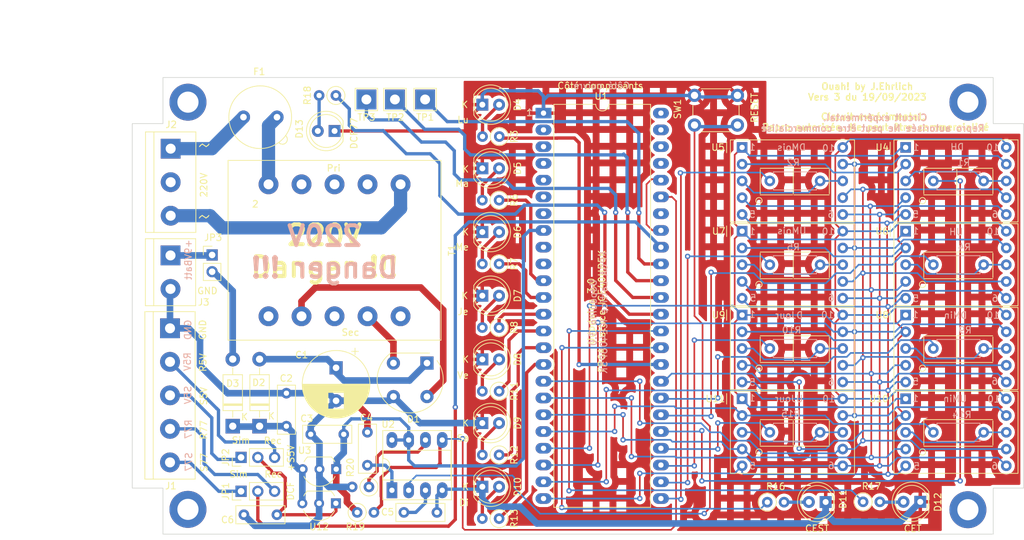
<source format=kicad_pcb>
(kicad_pcb (version 20211014) (generator pcbnew)
  (title_block (title "Ouah!") (date "2023-09-19") (rev "3") (comment 1 "Le concepteur décline toute responsabilité en  cas d'électrocution ") (comment 2 "Voir précautions dans la publication") (comment 3 "Pose d'une contre-plaque d'isolation obligatoire") (comment 4 "Attention, présence de 220v sur la carte"))
  (layers (0 "F.Cu" signal) (31 "B.Cu" signal) (34 "B.Paste" user) (35 "F.Paste" user) (36 "B.SilkS" user "B.Silkscreen") (37 "F.SilkS" user "F.Silkscreen") (38 "B.Mask" user) (39 "F.Mask" user) (44 "Edge.Cuts" user))
  (net 0 "")
  (net 1 "Net-(C1-Pad1)")
  (net 2 "GND")
  (net 3 "+9V")
  (net 4 "+5V")
  (net 5 "Net-(D1-Pad2)")
  (net 6 "Net-(D1-Pad4)")
  (net 7 "Net-(D4-Pad2)")
  (net 8 "Net-(D5-Pad2)")
  (net 9 "Net-(D6-Pad2)")
  (net 10 "Net-(D7-Pad2)")
  (net 11 "Net-(D8-Pad2)")
  (net 12 "Net-(D9-Pad2)")
  (net 13 "Net-(D10-Pad2)")
  (net 14 "/R_DCF77")
  (net 15 "/S_DCF77")
  (net 16 "Net-(D13-Pad2)")
  (net 18 "/DCF77")
  (net 19 "/cs3")
  (net 20 "Net-(R1-Pad2)")
  (net 21 "/cs7")
  (net 22 "Net-(R2-Pad2)")
  (net 23 "/dow0")
  (net 24 "/cs2")
  (net 25 "Net-(R4-Pad2)")
  (net 26 "Net-(R5-Pad1)")
  (net 27 "/cs6")
  (net 28 "/dow1")
  (net 29 "/dow2")
  (net 30 "/dow3")
  (net 31 "/cs1")
  (net 32 "Net-(R9-Pad2)")
  (net 33 "/cs5")
  (net 34 "Net-(R10-Pad2)")
  (net 35 "/dow4")
  (net 36 "/dow5")
  (net 37 "/dow6")
  (net 38 "/cs0")
  (net 39 "Net-(R14-Pad2)")
  (net 40 "/cs4")
  (net 41 "Net-(R15-Pad2)")
  (net 42 "/{slash}MR")
  (net 43 "/TP1")
  (net 44 "/TP2")
  (net 45 "/TP3")
  (net 46 "/DET_DCF77")
  (net 54 "/seg0")
  (net 55 "/seg1")
  (net 56 "/seg2")
  (net 57 "/seg3")
  (net 58 "/seg4")
  (net 59 "/seg5")
  (net 60 "/seg6")
  (net 61 "/seg7")
  (net 62 "Net-(U1-Pad41)")
  (net 68 "/+9VBATT")
  (net 69 "Net-(C4-Pad1)")
  (net 70 "Net-(D11-Pad2)")
  (net 71 "Net-(D12-Pad2)")
  (net 72 "/CEST")
  (net 73 "/CET")
  (net 74 "/R_5V")
  (net 75 "/S_5V")
  (net 76 "Net-(F1-Pad1)")
  (net 77 "Net-(F1-Pad2)")
  (net 78 "Net-(J2-Pad3)")
  (net 79 "Net-(C5-Pad1)")
  (net 80 "Net-(R19-Pad2)")
  (net 81 "Net-(R20-Pad1)")
  (net 83 "/+S5V")
  (net 84 "Net-(D3-Pad2)")
  (footprint "Capacitor_THT:C_Rect_L7.2mm_W2.5mm_P5.00mm_FKS2_FKP2_MKS2_MKP2" (layer "F.Cu") (at 134.0104 124.8772 90)
    (fp_text reference "C4")
    (fp_text value "100n")
  )
  (footprint "" (layer "F.Cu") (at 106.8324 69.85)
    (fp_text reference "1" hide)
    (fp_text value "")
  )
  (footprint "TestPoint:TestPoint_THTPad_3.0x3.0mm_Drill1.5mm" (layer "F.Cu") (at 133.858 69.4436 180)
    (fp_text reference "TP3")
    (fp_text value "TestPoint")
  )
  (footprint "Library:D1X8K_RevEHR" (layer "F.Cu") (at 190.7495 76.708)
    (fp_text reference "U5")
    (fp_text value "D168K")
  )
  (footprint "Library:Transformer_CHK_EI30-2VA_1xSec_RevEHR" (layer "F.Cu") (at 119.032 82.3036 -90)
    (fp_text reference "T1")
    (fp_text value "BLOCK VB 1,0/1/9")
  )
  (footprint "TestPoint:TestPoint_THTPad_3.0x3.0mm_Drill1.5mm" (layer "F.Cu") (at 138.176 69.4436 180)
    (fp_text reference "TP2")
    (fp_text value "TestPoint")
  )
  (footprint "Capacitor_THT:C_Rect_L7.2mm_W2.5mm_P5.00mm_FKS2_FKP2_MKS2_MKP2" (layer "F.Cu") (at 139.5368 132.0292)
    (fp_text reference "C5")
    (fp_text value "100n")
  )
  (footprint "Library:D1X8K_RevEHR" (layer "F.Cu") (at 190.7495 102.108)
    (fp_text reference "U9")
    (fp_text value "D168K")
  )
  (footprint "Resistor_THT:R_Axial_DIN0207_L6.3mm_D2.5mm_P2.54mm_Vertical" (layer "F.Cu") (at 209.0674 130.429)
    (fp_text reference "R17")
    (fp_text value "150")
  )
  (footprint "Resistor_THT:R_Axial_DIN0207_L6.3mm_D2.5mm_P2.54mm_Vertical" (layer "F.Cu") (at 129.2352 68.834 180)
    (fp_text reference "R18")
    (fp_text value "150")
  )
  (footprint "LED_THT:LED_D5.0mm" (layer "F.Cu") (at 129.037 74.2188 180)
    (fp_text reference "D13")
    (fp_text value "LED")
  )
  (footprint "LED_THT:LED_D5.0mm" (layer "F.Cu") (at 151.413 70.231)
    (fp_text reference "D4")
    (fp_text value "LED")
  )
  (footprint "Capacitor_THT:C_Rect_L7.2mm_W2.5mm_P5.00mm_FKS2_FKP2_MKS2_MKP2" (layer "F.Cu") (at 115.3052 132.3848)
    (fp_text reference "C6")
    (fp_text value "100 nF")
  )
  (footprint "Capacitor_THT:C_Rect_L7.2mm_W2.5mm_P5.00mm_FKS2_FKP2_MKS2_MKP2" (layer "F.Cu") (at 125.4252 120.1928)
    (fp_text reference "C3")
    (fp_text value "100 nF")
  )
  (footprint "Resistor_THT:R_Axial_DIN0207_L6.3mm_D2.5mm_P2.54mm_Vertical" (layer "F.Cu") (at 194.564 130.4798)
    (fp_text reference "R16")
    (fp_text value "150")
  )
  (footprint "TerminalBlock:TerminalBlock_bornier-2_P5.08mm" (layer "F.Cu") (at 104.1908 93.0802 -90)
    (fp_text reference "J3")
    (fp_text value "Screw_Terminal_01x02")
  )
  (footprint "Resistor_THT:R_Axial_DIN0207_L6.3mm_D2.5mm_P2.54mm_Vertical" (layer "F.Cu") (at 153.953 84.709 180)
    (fp_text reference "R6")
    (fp_text value "150")
  )
  (footprint "TestPoint:TestPoint_THTPad_3.0x3.0mm_Drill1.5mm" (layer "F.Cu") (at 142.748 69.4436 180)
    (fp_text reference "TP1")
    (fp_text value "TestPoint")
  )
  (footprint "LED_THT:LED_D5.0mm" (layer "F.Cu") (at 217.7288 130.429 180)
    (fp_text reference "D12")
    (fp_text value "LED")
  )
  (footprint "Capacitor_THT:C_Rect_L7.2mm_W2.5mm_P5.00mm_FKS2_FKP2_MKS2_MKP2" (layer "F.Cu") (at 121.7422 113.9628 -90)
    (fp_text reference "C2")
    (fp_text value "100 nF")
  )
  (footprint "Diode_THT:D_DO-41_SOD81_P10.16mm_Horizontal" (layer "F.Cu") (at 117.6782 118.9628 90)
    (fp_text reference "D2")
    (fp_text value "1N4007")
  )
  (footprint "Resistor_THT:R_Axial_DIN0207_L6.3mm_D2.5mm_P2.54mm_Vertical" (layer "F.Cu") (at 153.953 123.317 180)
    (fp_text reference "R12")
    (fp_text value "150")
  )
  (footprint "LED_THT:LED_D5.0mm" (layer "F.Cu") (at 151.413 108.839)
    (fp_text reference "D8")
    (fp_text value "LED")
  )
  (footprint "" (layer "F.Cu") (at 224.9424 69.85)
    (fp_text reference "")
    (fp_text value "")
  )
  (footprint "Fuse:Fuseholder_TR5_Littelfuse_No560_No460" (layer "F.Cu") (at 115.236 72.1184)
    (fp_text reference "F1")
    (fp_text value "Fuse_Small")
  )
  (footprint "LED_THT:LED_D5.0mm" (layer "F.Cu") (at 151.408 118.491)
    (fp_text reference "D9")
    (fp_text value "LED")
  )
  (footprint "LED_THT:LED_D5.0mm" (layer "F.Cu") (at 203.4032 130.4544 180)
    (fp_text reference "D11")
    (fp_text value "LED")
  )
  (footprint "Connector_PinHeader_2.54mm:PinHeader_1x02_P2.54mm_Vertical" (layer "F.Cu") (at 110.49 93.0098)
    (fp_text reference "JP3")
    (fp_text value "Jumper_2_Open")
  )
  (footprint "TerminalBlock:TerminalBlock_bornier-5_P5.08mm" (layer "F.Cu") (at 104.1146 104.1292 -90)
    (fp_text reference "J1")
    (fp_text value "Screw_Terminal_01x05")
  )
  (footprint "Library:D1X8K_RevEHR" (layer "F.Cu") (at 215.5145 89.408)
    (fp_text reference "U6")
    (fp_text value "D168K")
  )
  (footprint "Library:D1X8K_RevEHR" (layer "F.Cu") (at 215.5145 76.708)
    (fp_text reference "U4")
    (fp_text value "D168K")
  )
  (footprint "TerminalBlock:TerminalBlock_bornier-3_P5.08mm" (layer "F.Cu") (at 104.2162 76.9004 -90)
    (fp_text reference "J2")
    (fp_text value "Screw_Terminal_01x03")
  )
  (footprint "LED_THT:LED_D5.0mm" (layer "F.Cu") (at 151.413 79.883)
    (fp_text reference "D5")
    (fp_text value "LED")
  )
  (footprint "Resistor_THT:R_Axial_DIN0207_L6.3mm_D2.5mm_P2.54mm_Vertical" (layer "F.Cu") (at 132.4574 132.0292)
    (fp_text reference "R19")
    (fp_text value "10k")
  )
  (footprint "Library:D1X8K_RevEHR" (layer "F.Cu") (at 190.7495 89.408)
    (fp_text reference "U7")
    (fp_text value "D168K")
  )
  (footprint "Library:D1X8K_RevEHR" (layer "F.Cu") (at 190.7495 114.808)
    (fp_text reference "U11")
    (fp_text value "D168K")
  )
  (footprint "LED_THT:LED_D5.0mm" (layer "F.Cu") (at 151.413 89.535)
    (fp_text reference "D6")
    (fp_text value "LED")
  )
  (footprint "Resistor_THT:R_Axial_DIN0207_L6.3mm_D2.5mm_P2.54mm_Vertical" (layer "F.Cu") (at 153.953 94.361 180)
    (fp_text reference "R7")
    (fp_text value "150")
  )
  (footprint "Resistor_THT:R_Axial_DIN0207_L6.3mm_D2.5mm_P2.54mm_Vertical" (layer "F.Cu") (at 134.2426 128.1684 180)
    (fp_text reference "R20")
    (fp_text value "10k")
  )
  (footprint "Connector_PinHeader_2.54mm:PinHeader_1x03_P2.54mm_Vertical" (layer "F.Cu") (at 114.8738 128.8288 90)
    (fp_text reference "JP1")
    (fp_text value "Jumper_3_Open")
  )
  (footprint "" (layer "F.Cu") (at 224.9424 131.6228)
    (fp_text reference "3" hide)
    (fp_text value "")
  )
  (footprint "Package_TO_SOT_THT:TO-92_Inline_Wide" (layer "F.Cu") (at 129.286 125.476 180)
    (fp_text reference "U3")
    (fp_text value "LP2950-5.0_TO92")
  )
  (footprint "Capacitor_THT:CP_Radial_D10.0mm_P5.00mm" (layer "F.Cu") (at 129.2606 110.109 -90)
    (fp_text reference "C1")
    (fp_text value "470 uF")
  )
  (footprint "Resistor_THT:R_Axial_DIN0207_L6.3mm_D2.5mm_P2.54mm_Vertical" (layer "F.Cu") (at 153.982 75.057 180)
    (fp_text reference "R3")
    (fp_text value "150")
  )
  (footprint "LED_THT:LED_D5.0mm" (layer "F.Cu") (at 151.413 128.143)
    (fp_text reference "D10")
    (fp_text value "LED")
  )
  (footprint "Connector_PinHeader_2.54mm:PinHeader_1x03_P2.54mm_Vertical" (layer "F.Cu") (at 114.8738 123.698 90)
    (fp_text reference "JP2")
    (fp_text value "Jumper_3_Open")
  )
  (footprint "Package_DIP:DIP-8_W7.62mm_Socket_LongPads" (layer "F.Cu") (at 137.7188 128.6764 90)
    (fp_text reference "U2")
    (fp_text value "TL7705A")
  )
  (footprint "Diode_THT:Diode_Bridge_Round_D9.8mm" (layer "F.Cu") (at 143.0274 109.3978 -90)
    (fp_text reference "D1")
    (fp_text value "B250C1500G")
  )
  (footprint "Resistor_THT:R_Axial_DIN0207_L6.3mm_D2.5mm_P2.54mm_Vertical" (layer "F.Cu") (at 153.953 113.665 180)
    (fp_text reference "R11")
    (fp_text value "150")
  )
  (footprint "Button_Switch_THT:SW_PUSH_6mm" (layer "F.Cu") (at 190.0416 73.3192 180)
    (fp_text reference "SW1")
    (fp_text value "SW_Push")
  )
  (footprint "Package_TO_SOT_THT:TO-92_Inline_Wide" (layer "F.Cu") (at 129.2352 130.6532 180)
    (fp_text reference "U12")
    (fp_text value "LP2950-5.0_TO92")
  )
  (footprint "Diode_THT:D_DO-41_SOD81_P10.16mm_Horizontal" (layer "F.Cu") (at 113.6142 118.9628 90)
    (fp_text reference "D3")
    (fp_text value "1N4007")
  )
  (footprint "LED_THT:LED_D5.0mm" (layer "F.Cu") (at 151.408 99.187)
    (fp_text reference "D7")
    (fp_text value "LED")
  )
  (footprint "Library:D1X8K_RevEHR" (layer "F.Cu") (at 215.5145 102.108)
    (fp_text reference "U8")
    (fp_text value "D168K")
  )
  (footprint "Resistor_THT:R_Axial_DIN0207_L6.3mm_D2.5mm_P2.54mm_Vertical" (layer "F.Cu") (at 153.953 104.013 180)
    (fp_text reference "R8")
    (fp_text value "150")
  )
  (footprint "Library:D1X8K_RevEHR" (layer "F.Cu") (at 215.5145 114.808)
    (fp_text reference "U10")
    (fp_text value "D168K")
  )
  (footprint "" (layer "F.Cu") (at 106.8324 131.572)
    (fp_text reference "2" hide)
    (fp_text value "")
  )
  (footprint "Resistor_THT:R_Axial_DIN0207_L6.3mm_D2.5mm_P2.54mm_Vertical" (layer "F.Cu") (at 153.953 132.969 180)
    (fp_text reference "R13")
    (fp_text value "150")
  )
  (footprint "Library:DIP-48_W17.78mm_LongPads" (layer "F.Cu") (at 160.675 71.511)
    (fp_text reference "U1")
    (fp_text value "Upduino31-v3")
  )
  (footprint "Resistor_THT:R_Axial_DIN0207_L6.3mm_D2.5mm_P7.62mm_Horizontal" (layer "B.Cu") (at 194.945 107.188)
    (fp_text reference "R10")
    (fp_text value "150")
  )
  (footprint "Resistor_THT:R_Axial_DIN0207_L6.3mm_D2.5mm_P7.62mm_Horizontal" (layer "B.Cu") (at 219.71 94.488)
    (fp_text reference "R4")
    (fp_text value "150")
  )
  (footprint "Resistor_THT:R_Axial_DIN0207_L6.3mm_D2.5mm_P7.62mm_Horizontal" (layer "B.Cu") (at 202.565 94.488 180)
    (fp_text reference "R5")
    (fp_text value "150")
  )
  (footprint "Resistor_THT:R_Axial_DIN0207_L6.3mm_D2.5mm_P7.62mm_Horizontal" (layer "B.Cu") (at 219.71 81.788)
    (fp_text reference "R1")
    (fp_text value "150")
  )
  (footprint "Resistor_THT:R_Axial_DIN0207_L6.3mm_D2.5mm_P7.62mm_Horizontal" (layer "B.Cu") (at 194.945 119.888)
    (fp_text reference "R15")
    (fp_text value "150")
  )
  (footprint "Resistor_THT:R_Axial_DIN0207_L6.3mm_D2.5mm_P7.62mm_Horizontal" (layer "B.Cu") (at 219.71 107.188)
    (fp_text reference "R9")
    (fp_text value "150")
  )
  (footprint "Resistor_THT:R_Axial_DIN0207_L6.3mm_D2.5mm_P7.62mm_Horizontal" (layer "B.Cu") (at 219.71 119.888)
    (fp_text reference "R14")
    (fp_text value "150")
  )
  (footprint "Resistor_THT:R_Axial_DIN0207_L6.3mm_D2.5mm_P7.62mm_Horizontal" (layer "B.Cu") (at 194.945 81.788)
    (fp_text reference "R2")
    (fp_text value "150")
  )
  (gr_poly (pts (xy 228.7778 73.1012) (xy 233.3752 73.1012) (xy 233.3752 128.3462) (xy 228.7778 128.3462) (xy 228.7778 135.3312) (xy 103.0478 135.3312) (xy 103.0478 128.3462) (xy 98.3996 128.3462) (xy 98.3996 73.1012) (xy 103.0478 73.1012) (xy 103.0478 66.1162) (xy 228.7778 66.1162)) (layer "Edge.Cuts") (width 0.1) (fill none))
  (gr_text "UMois" (at 198.2724 89.3572) (layer "B.SilkS") (effects (font (size 1 1)) (justify mirror)))
  (gr_text "1" (at 192.3034 76.6826) (layer "B.SilkS") (effects (font (size 1 1)) (justify mirror)))
  (gr_text "6" (at 204.2414 124.9426) (layer "B.SilkS") (effects (font (size 1 1)) (justify mirror)))
  (gr_text "S77" (at 106.9594 124.373 90) (layer "B.SilkS") (effects (font (size 1 1)) (justify mirror)))
  (gr_text "6" (at 229.0572 86.868) (layer "B.SilkS") (effects (font (size 1 1)) (justify mirror)))
  (gr_text "Circuit expérimental. \nRepro autorisée Ne peut être commercialisé" (at 210.5152 72.9996) (layer "B.SilkS") (effects (font (size 1 1) (thickness 0.2)) (justify mirror)))
  (gr_text "1" (at 192.3034 89.4588) (layer "B.SilkS") (effects (font (size 1 1)) (justify mirror)))
  (gr_text "UJour" (at 197.8406 114.808) (layer "B.SilkS") (effects (font (size 1 1)) (justify mirror)))
  (gr_text "10" (at 228.7524 102.1588) (layer "B.SilkS") (effects (font (size 1 1)) (justify mirror)))
  (gr_text "1" (at 217.0938 76.708) (layer "B.SilkS") (effects (font (size 1 1)) (justify mirror)))
  (gr_text "5" (at 192.3288 124.9934) (layer "B.SilkS") (effects (font (size 1 1)) (justify mirror)))
  (gr_text "10" (at 203.7842 89.4588) (layer "B.SilkS") (effects (font (size 1 1)) (justify mirror)))
  (gr_text "220V\nDanger !!!" (at 127.508 92.5576) (layer "B.SilkS") (effects (font (size 3 3) (thickness 0.6)) (justify mirror)))
  (gr_text "1" (at 158.5468 71.3994) (layer "B.SilkS") (effects (font (size 1 1)) (justify mirror)))
  (gr_text "R77" (at 106.9086 119.42 90) (layer "B.SilkS") (effects (font (size 1 1)) (justify mirror)))
  (gr_text "10" (at 203.6826 102.0826) (layer "B.SilkS") (effects (font (size 1 1)) (justify mirror)))
  (gr_text "5" (at 217.043 99.6188) (layer "B.SilkS") (effects (font (size 1 1)) (justify mirror)))
  (gr_text "S5V" (at 106.8324 114.2384 90) (layer "B.SilkS") (effects (font (size 1 1)) (justify mirror)))
  (gr_text "R5V" (at 106.7562 109.1838 90) (layer "B.SilkS") (effects (font (size 1 1)) (justify mirror)))
  (gr_text "6" (at 229.0064 112.1664) (layer "B.SilkS") (effects (font (size 1 1)) (justify mirror)))
  (gr_text "10" (at 203.8604 114.8334) (layer "B.SilkS") (effects (font (size 1 1)) (justify mirror)))
  (gr_text "1" (at 192.3034 102.0318) (layer "B.SilkS") (effects (font (size 1 1)) (justify mirror)))
  (gr_text "10" (at 228.854 114.8588) (layer "B.SilkS") (effects (font (size 1 1)) (justify mirror)))
  (gr_text "6" (at 204.2414 112.268) (layer "B.SilkS") (effects (font (size 1 1)) (justify mirror)))
  (gr_text "6" (at 204.2414 99.5172) (layer "B.SilkS") (effects (font (size 1 1)) (justify mirror)))
  (gr_text "10" (at 228.7016 76.7334) (layer "B.SilkS") (effects (font (size 1 1)) (justify mirror)))
  (gr_text "5" (at 217.0176 112.2172) (layer "B.SilkS") (effects (font (size 1 1)) (justify mirror)))
  (gr_text "10" (at 228.7524 89.4588) (layer "B.SilkS") (effects (font (size 1 1)) (justify mirror)))
  (gr_text "Udpduino 3.0\nFPGA Lattice ICE40UP5K" (at 169.0116 101.7524 90) (layer "B.SilkS") (effects (font (size 1 1)) (justify mirror)))
  (gr_text "5" (at 192.405 99.5426) (layer "B.SilkS") (effects (font (size 1 1)) (justify mirror)))
  (gr_text "1" (at 217.043 89.3826) (layer "B.SilkS") (effects (font (size 1 1)) (justify mirror)))
  (gr_text "UMin" (at 222.9866 114.808) (layer "B.SilkS") (effects (font (size 1 1)) (justify mirror)))
  (gr_text "5" (at 217.0176 86.868) (layer "B.SilkS") (effects (font (size 1 1)) (justify mirror)))
  (gr_text "5" (at 217.17 125.0442) (layer "B.SilkS") (effects (font (size 1 1)) (justify mirror)))
  (gr_text "DMin" (at 223.0628 102.1588) (layer "B.SilkS") (effects (font (size 1 1)) (justify mirror)))
  (gr_text "DJour" (at 197.866 102.1588) (layer "B.SilkS") (effects (font (size 1 1)) (justify mirror)))
  (gr_text "10" (at 203.835 76.835) (layer "B.SilkS") (effects (font (size 1 1)) (justify mirror)))
  (gr_text "6" (at 229.0572 99.5934) (layer "B.SilkS") (effects (font (size 1 1)) (justify mirror)))
  (gr_text "5" (at 192.3034 86.868) (layer "B.SilkS") (effects (font (size 1 1)) (justify mirror)))
  (gr_text "6" (at 229.0064 124.9934) (layer "B.SilkS") (effects (font (size 1 1)) (justify mirror)))
  (gr_text "5" (at 192.3034 112.3188) (layer "B.SilkS") (effects (font (size 1 1)) (justify mirror)))
  (gr_text "UH" (at 223.1644 89.5096) (layer "B.SilkS") (effects (font (size 1 1)) (justify mirror)))
  (gr_text "6" (at 204.1906 86.868) (layer "B.SilkS") (effects (font (size 1 1)) (justify mirror)))
  (gr_text "DMois" (at 198.2216 76.708) (layer "B.SilkS") (effects (font (size 1 1)) (justify mirror)))
  (gr_text "1" (at 192.278 114.7064) (layer "B.SilkS") (effects (font (size 1 1)) (justify mirror)))
  (gr_text "+9VBatt" (at 106.8832 93.726 90) (layer "B.SilkS") (effects (font (size 1 1)) (justify mirror)))
  (gr_text "Côté cuivre" (at 169.4688 67.3608) (layer "B.SilkS") (effects (font (size 1 1)) (justify mirror)))
  (gr_text "1" (at 216.9922 102.0572) (layer "B.SilkS") (effects (font (size 1 1)) (justify mirror)))
  (gr_text "DH" (at 223.3168 76.6572) (layer "B.SilkS") (effects (font (size 1 1)) (justify mirror)))
  (gr_text "GND" (at 106.8324 104.3578 90) (layer "B.SilkS") (effects (font (size 1 1)) (justify mirror)))
  (gr_text "1" (at 217.0176 114.7572) (layer "B.SilkS") (effects (font (size 1 1)) (justify mirror)))
  (gr_text "Sim" (at 114.5032 126.238) (layer "F.SilkS") (effects (font (size 1 1))))
  (gr_text "1" (at 158.5468 71.4502) (layer "F.SilkS") (effects (font (size 1 1))))
  (gr_text "S77" (at 109.2708 124.46 90) (layer "F.SilkS") (effects (font (size 1 1))))
  (gr_text "K" (at 148.873 89.535) (layer "F.SilkS") (effects (font (size 1 1))))
  (gr_text "Côté composants" (at 169.291 67.3608) (layer "F.SilkS") (effects (font (size 1 1))))
  (gr_text "Ma" (at 148.365 82.169) (layer "F.SilkS") (effects (font (size 1 1))))
  (gr_text "Udpduino 3.0\nFPGA Lattice ICE40UP5K" (at 168.7068 101.5492 90) (layer "F.SilkS") (effects (font (size 1 1))))
  (gr_text "Sim" (at 114.8588 121.1072) (layer "F.SilkS") (effects (font (size 1 1))))
  (gr_text "Ouah! by J.Ehrlich\nVers 3 du 19/09/2023\n" (at 209.7024 68.2752) (layer "F.SilkS") (effects (font (size 1 1) (thickness 0.2))))
  (gr_text "CET" (at 216.5858 134.493) (layer "F.SilkS") (effects (font (size 1 1))))
  (gr_text "Sa" (at 148.492 120.777) (layer "F.SilkS") (effects (font (size 1 1))))
  (gr_text "DCF" (at 122.3772 128.778 90) (layer "F.SilkS") (effects (font (size 1 1))))
  (gr_text "K" (at 148.873 118.491) (layer "F.SilkS") (effects (font (size 1 1))))
  (gr_text "~" (at 109.347 87.0858) (layer "F.SilkS") (effects (font (size 4 3))))
  (gr_text "GND" (at 109.7788 98.4504) (layer "F.SilkS") (effects (font (size 1 1))))
  (gr_text "RESET" (at 192.6336 70.7136 90) (layer "F.SilkS") (effects (font (size 1 1))))
  (gr_text "Lu" (at 148.492 72.517) (layer "F.SilkS") (effects (font (size 1 1))))
  (gr_text "+S5V" (at 122.428 123.7996 90) (layer "F.SilkS") (effects (font (size 1 1))))
  (gr_text "K" (at 148.746 70.231) (layer "F.SilkS") (effects (font (size 1 1))))
  (gr_text "K" (at 148.873 80.01) (layer "F.SilkS") (effects (font (size 1 1))))
  (gr_text "~" (at 109.3724 76.2654) (layer "F.SilkS") (effects (font (size 4 3))))
  (gr_text "Je" (at 148.492 101.6) (layer "F.SilkS") (effects (font (size 1 1))))
  (gr_text "K" (at 148.873 108.839) (layer "F.SilkS") (effects (font (size 1 1))))
  (gr_text "Rec" (at 119.7864 126.238) (layer "F.SilkS") (effects (font (size 1 1))))
  (gr_text "Circuit expérimental. \nRepro autorisée. Ne peut être commercialisé" (at 210.9724 72.8472) (layer "F.SilkS") (effects (font (size 1 1) (thickness 0.2))))
  (gr_text "DCF77" (at 131.9784 74.5744 90) (layer "F.SilkS") (effects (font (size 1 1))))
  (gr_text "220V" (at 109.2454 82.4122 90) (layer "F.SilkS") (effects (font (size 1 1))))
  (gr_text "R77" (at 109.22 119.5324 90) (layer "F.SilkS") (effects (font (size 1 1))))
  (gr_text "Me" (at 148.365 91.821) (layer "F.SilkS") (effects (font (size 1 1))))
  (gr_text "220V\nDanger !!!" (at 127.508 92.4306) (layer "F.SilkS") (effects (font (size 3 3) (thickness 0.6))))
  (gr_text "Rec" (at 119.6848 121.158) (layer "F.SilkS") (effects (font (size 1 1))))
  (gr_text "S5V" (at 109.22 114.4016 90) (layer "F.SilkS") (effects (font (size 1 1))))
  (gr_text "GND" (at 109.0676 104.3432 90) (layer "F.SilkS") (effects (font (size 1 1))))
  (gr_text "Ve" (at 148.492 111.252) (layer "F.SilkS") (effects (font (size 1 1))))
  (gr_text "Di" (at 148.619 130.556) (layer "F.SilkS") (effects (font (size 1 1))))
  (gr_text "CEST" (at 202.1078 134.4676) (layer "F.SilkS") (effects (font (size 1 1))))
  (gr_text "K" (at 148.873 128.143) (layer "F.SilkS") (effects (font (size 1 1))))
  (gr_text "K" (at 148.746 99.187) (layer "F.SilkS") (effects (font (size 1 1))))
  (gr_text "R5V" (at 109.1184 109.3216 90) (layer "F.SilkS") (effects (font (size 1 1))))
  (segment (start 140.3858 112.0394) (end 143.0274 109.3978) (width 1) (layer "B.Cu") (net 1))
  (segment (start 130.4798 112.0394) (end 140.3858 112.0394) (width 1) (layer "B.Cu") (net 1))
  (segment (start 127.9544 108.8028) (end 129.2606 110.109) (width 1) (layer "B.Cu") (net 1))
  (segment (start 117.6782 108.8028) (end 127.9544 108.8028) (width 1) (layer "B.Cu") (net 1))
  (segment (start 129.2606 110.109) (end 129.2606 110.8202) (width 1) (layer "B.Cu") (net 1))
  (segment (start 129.2606 110.8202) (end 130.4798 112.0394) (width 1) (layer "B.Cu") (net 1))
  (segment (start 151.408 99.187) (end 150.163 97.942) (width 0.5) (layer "F.Cu") (net 2))
  (segment (start 150.163 81.133) (end 151.413 79.883) (width 0.5) (layer "F.Cu") (net 2))
  (segment (start 150.192 78.662) (end 150.192 73.4332) (width 0.5) (layer "F.Cu") (net 2))
  (segment (start 150.163 126.893) (end 150.163 119.736) (width 0.5) (layer "F.Cu") (net 2))
  (segment (start 131.873 115.109) (end 134.0104 117.2464) (width 1) (layer "F.Cu") (net 2))
  (segment (start 129.2606 115.109) (end 131.873 115.109) (width 1) (layer "F.Cu") (net 2))
  (segment (start 151.413 89.535) (end 150.163 88.285) (width 0.5) (layer "F.Cu") (net 2))
  (segment (start 151.413 128.143) (end 150.163 126.893) (width 0.5) (layer "F.Cu") (net 2))
  (segment (start 150.163 110.089) (end 151.413 108.839) (width 0.5) (layer "F.Cu") (net 2))
  (segment (start 151.408 118.491) (end 150.163 117.246) (width 0.5) (layer "F.Cu") (net 2))
  (segment (start 129.037 74.2188) (end 149.4064 74.2188) (width 0.5) (layer "F.Cu") (net 2))
  (segment (start 150.163 97.942) (end 150.163 90.785) (width 0.5) (layer "F.Cu") (net 2))
  (segment (start 150.163 90.785) (end 151.413 89.535) (width 0.5) (layer "F.Cu") (net 2))
  (segment (start 150.163 100.432) (end 151.408 99.187) (width 0.5) (layer "F.Cu") (net 2))
  (segment (start 150.163 117.246) (end 150.163 110.089) (width 0.5) (layer "F.Cu") (net 2))
  (segment (start 150.163 88.285) (end 150.163 81.133) (width 0.5) (layer "F.Cu") (net 2))
  (segment (start 150.192 73.4332) (end 150.192 71.452) (width 0.5) (layer "F.Cu") (net 2))
  (segment (start 149.4064 74.2188) (end 150.192 73.4332) (width 0.5) (layer "F.Cu") (net 2))
  (segment (start 150.163 119.736) (end 151.408 118.491) (width 0.5) (layer "F.Cu") (net 2))
  (segment (start 151.413 108.839) (end 150.163 107.589) (width 0.5) (layer "F.Cu") (net 2))
  (segment (start 150.192 71.452) (end 151.413 70.231) (width 0.5) (layer "F.Cu") (net 2))
  (segment (start 151.413 79.883) (end 150.192 78.662) (width 0.5) (layer "F.Cu") (net 2))
  (segment (start 134.0104 117.2464) (end 134.0104 119.8772) (width 1) (layer "F.Cu") (net 2))
  (segment (start 150.163 107.589) (end 150.163 100.432) (width 0.5) (layer "F.Cu") (net 2))
  (segment (start 145.3388 128.6764) (end 145.5012 128.514) (width 0.5) (layer "B.Cu") (net 2))
  (segment (start 203.4032 131.9276) (end 201.6252 133.7056) (width 1) (layer "B.Cu") (net 2))
  (segment (start 161.3808 68.834) (end 183.3692 68.834) (width 0.5) (layer "B.Cu") (net 2))
  (segment (start 160.675 69.5398) (end 160.675 68.9302) (width 0.5) (layer "B.Cu") (net 2))
  (segment (start 160.675 71.511) (end 160.675 69.5398) (width 0.5) (layer "B.Cu") (net 2))
  (segment (start 104.1146 104.1292) (end 104.1146 98.2364) (width 1) (layer "B.Cu") (net 2))
  (segment (start 203.4032 130.4544) (end 203.4032 131.9276) (width 1) (layer "B.Cu") (net 2))
  (segment (start 126.746 130.6024) (end 126.6952 130.6532) (width 1) (layer "B.Cu") (net 2))
  (segment (start 126.746 121.5136) (end 125.4252 120.1928) (width 1) (layer "B.Cu") (net 2))
  (segment (start 160.675 69.5398) (end 161.3808 68.834) (width 0.5) (layer "B.Cu") (net 2))
  (segment (start 159.6644 133.7056) (end 157.1244 131.1656) (width 1) (layer "B.Cu") (net 2))
  (segment (start 127.9944 113.8428) (end 127.6604 113.8428) (width 1) (layer "B.Cu") (net 2))
  (segment (start 157.1244 131.1656) (end 152.5596 131.1656) (width 1) (layer "B.Cu") (net 2))
  (segment (start 115.3052 132.3848) (end 116.9816 134.0612) (width 1) (layer "B.Cu") (net 2))
  (segment (start 160.675 68.9302) (end 159.8676 68.1228) (width 0.5) (layer "B.Cu") (net 2))
  (segment (start 137.9474 114.4778) (end 141.9606 118.491) (width 1) (layer "B.Cu") (net 2))
  (segment (start 106.9232 104.1292) (end 104.1146 104.1292) (width 1) (layer "B.Cu") (net 2))
  (segment (start 126.746 125.476) (end 126.746 121.5136) (width 1) (layer "B.Cu") (net 2))
  (segment (start 159.8676 68.1228) (end 151.9936 68.1228) (width 0.5) (layer "B.Cu") (net 2))
  (segment (start 108.6612 109.7788) (end 108.6612 105.8672) (width 1) (layer "B.Cu") (net 2))
  (segment (start 144.5368 132.0292) (end 144.5368 129.4784) (width 0.5) (layer "B.Cu") (net 2))
  (segment (start 203.4032 130.4544) (end 203.4032 132.1562) (width 1) (layer "B.Cu") (net 2))
  (segment (start 129.2606 115.109) (end 137.3162 115.109) (width 1) (layer "B.Cu") (net 2))
  (segment (start 137.3162 115.109) (end 137.9474 114.4778) (width 1) (layer "B.Cu") (net 2))
  (segment (start 204.6986 133.4516) (end 214.7062 133.4516) (width 1) (layer "B.Cu") (net 2))
  (segment (start 126.746 126.746) (end 128.1684 128.1684) (width 1) (layer "B.Cu") (net 2))
  (segment (start 151.413 68.7034) (end 151.413 70.231) (width 0.5) (layer "B.Cu") (net 2))
  (segment (start 126.746 125.476) (end 126.746 126.746) (width 1) (layer "B.Cu") (net 2))
  (segment (start 145.5012 128.514) (end 151.042 128.514) (width 0.5) (layer "B.Cu") (net 2))
  (segment (start 104.1146 98.2364) (end 104.1908 98.1602) (width 1) (layer "B.Cu") (net 2))
  (segment (start 125.4252 120.1928) (end 125.4252 118.9444) (width 1) (layer "B.Cu") (net 2))
  (segment (start 203.4032 132.1562) (end 204.6986 133.4516) (width 1) (layer "B.Cu") (net 2))
  (segment (start 126.746 125.476) (end 126.746 130.6024) (width 1) (layer "B.Cu") (net 2))
  (segment (start 201.6252 133.7056) (end 159.6644 133.7056) (width 1) (layer "B.Cu") (net 2))
  (segment (start 126.6952 132.7912) (end 126.6952 130.6532) (width 1) (layer "B.Cu") (net 2))
  (segment (start 125.4252 134.0612) (end 126.6952 132.7912) (width 1) (layer "B.Cu") (net 2))
  (segment (start 151.042 128.514) (end 151.413 128.143) (width 0.5) (layer "B.Cu") (net 2))
  (segment (start 128.1684 128.1684) (end 131.7026 128.1684) (width 1) (layer "B.Cu") (net 2))
  (segment (start 141.9606 118.491) (end 151.408 118.491) (width 1) (layer "B.Cu") (net 2))
  (segment (start 144.5368 129.4784) (end 145.3388 128.6764) (width 0.5) (layer "B.Cu") (net 2))
  (segment (start 108.6612 105.8672) (end 106.9232 104.1292) (width 1) (layer "B.Cu") (net 2))
  (segment (start 112.8452 113.9628) (end 108.6612 109.7788) (width 1) (layer "B.Cu") (net 2))
  (segment (start 125.4252 118.9444) (end 129.2606 115.109) (width 1) (layer "B.Cu") (net 2))
  (segment (start 129.2606 115.109) (end 127.9944 113.8428) (width 1) (layer "B.Cu") (net 2))
  (segment (start 116.9816 134.0612) (end 125.4252 134.0612) (width 1) (layer "B.Cu") (net 2))
  (segment (start 183.5936 69.0584) (end 190.0936 69.0584) (width 0.5) (layer "B.Cu") (net 2))
  (segment (start 127.6604 113.8428) (end 127.5404 113.9628) (width 1) (layer "B.Cu") (net 2))
  (segment (start 121.7422 113.9628) (end 127.5404 113.9628) (width 1) (layer "B.Cu") (net 2))
  (segment (start 151.413 130.019) (end 151.413 128.143) (width 1) (layer "B.Cu") (net 2))
  (segment (start 214.7062 133.4516) (end 217.7288 130.429) (width 1) (layer "B.Cu") (net 2))
  (segment (start 152.5596 131.1656) (end 151.413 130.019) (width 1) (layer "B.Cu") (net 2))
  (segment (start 151.9936 68.1228) (end 151.413 68.7034) (width 0.5) (layer "B.Cu") (net 2))
  (segment (start 121.7422 113.9628) (end 112.8452 113.9628) (width 1) (layer "B.Cu") (net 2))
  (segment (start 183.3692 68.834) (end 183.5936 69.0584) (width 0.5) (layer "B.Cu") (net 2))
  (segment (start 117.6782 118.9628) (end 121.7422 118.9628) (width 1) (layer "B.Cu") (net 3))
  (segment (start 122.7509 119.9715) (end 121.7422 118.9628) (width 1) (layer "B.Cu") (net 3))
  (segment (start 124.206 125.476) (end 123.619103 125.476) (width 1) (layer "B.Cu") (net 3))
  (segment (start 124.1552 125.5268) (end 124.206 125.476) (width 1) (layer "B.Cu") (net 3))
  (segment (start 113.4364 119.0244) (end 117.5004 119.0244) (width 1) (layer "B.Cu") (net 3))
  (segment (start 124.1552 130.6532) (end 124.1552 125.5268) (width 1) (layer "B.Cu") (net 3))
  (segment (start 123.619103 125.476) (end 122.7509 124.607797) (width 1) (layer "B.Cu") (net 3))
  (segment (start 122.7509 124.607797) (end 122.7509 119.9715) (width 1) (layer "B.Cu") (net 3))
  (segment (start 132.4574 132.0292) (end 130.9116 130.4834) (width 1) (layer "F.Cu") (net 4))
  (segment (start 129.286 127.873121) (end 129.286 125.476) (width 1) (layer "F.Cu") (net 4))
  (segment (start 130.9116 129.498721) (end 129.286 127.873121) (width 1) (layer "F.Cu") (net 4))
  (segment (start 130.9116 130.4834) (end 130.9116 129.498721) (width 1) (layer "F.Cu") (net 4))
  (segment (start 130.4252 119.0028) (end 131.572 117.856) (width 0.5) (layer "B.Cu") (net 4))
  (segment (start 129.3876 125.3744) (end 129.286 125.476) (width 1) (layer "B.Cu") (net 4))
  (segment (start 130.4252 120.1928) (end 130.4252 119.0028) (width 0.5) (layer "B.Cu") (net 4))
  (segment (start 141.1332 124.9788) (end 156.504 124.9788) (width 0.5) (layer "B.Cu") (net 4))
  (segment (start 157.6324 90.2208) (end 158.5622 89.291) (width 0.5) (layer "B.Cu") (net 4))
  (segment (start 140.2588 119.1768) (end 140.2588 121.0564) (width 0.5) (layer "B.Cu") (net 4))
  (segment (start 158.5622 89.291) (end 160.675 89.291) (width 0.5) (layer "B.Cu") (net 4))
  (segment (start 137.7188 121.0564) (end 140.2588 121.0564) (width 0.5) (layer "B.Cu") (net 4))
  (segment (start 130.4252 120.1928) (end 130.4252 122.9652) (width 1) (layer "B.Cu") (net 4))
  (segment (start 140.2588 124.1044) (end 141.1332 124.9788) (width 0.5) (layer "B.Cu") (net 4))
  (segment (start 156.504 124.9788) (end 157.6324 123.8504) (width 0.5) (layer "B.Cu") (net 4))
  (segment (start 140.2588 121.0564) (end 140.2588 124.1044) (width 0.5) (layer "B.Cu") (net 4))
  (segment (start 131.572 117.856) (end 138.938 117.856) (width 0.5) (layer "B.Cu") (net 4))
  (segment (start 157.6324 123.8504) (end 157.6324 90.2208) (width 0.5) (layer "B.Cu") (net 4))
  (segment (start 138.938 117.856) (end 140.2588 119.1768) (width 0.5) (layer "B.Cu") (net 4))
  (segment (start 129.3876 124.0028) (end 129.3876 125.3744) (width 1) (layer "B.Cu") (net 4))
  (segment (start 130.4252 122.9652) (end 129.3876 124.0028) (width 1) (layer "B.Cu") (net 4))
  (segment (start 137.9474 109.3978) (end 137.9474 106.219) (width 1) (layer "F.Cu") (net 5))
  (segment (start 137.9474 106.219) (end 134.032 102.3036) (width 1) (layer "F.Cu") (net 5))
  (segment (start 145.4912 112.014) (end 145.4912 101.346) (width 1) (layer "F.Cu") (net 6))
  (segment (start 145.4912 101.346) (end 142.0876 97.9424) (width 1) (layer "F.Cu") (net 6))
  (segment (start 126.1364 97.9424) (end 124.032 100.0468) (width 1) (layer "F.Cu") (net 6))
  (segment (start 143.0274 114.4778) (end 145.4912 112.014) (width 1) (layer "F.Cu") (net 6))
  (segment (start 124.032 100.0468) (end 124.032 102.3036) (width 1) (layer "F.Cu") (net 6))
  (segment (start 142.0876 97.9424) (end 126.1364 97.9424) (width 1) (layer "F.Cu") (net 6))
  (segment (start 151.442 75.057) (end 151.442 72.742) (width 0.5) (layer "F.Cu") (net 7))
  (segment (start 151.442 72.742) (end 153.953 70.231) (width 0.5) (layer "F.Cu") (net 7))
  (segment (start 151.413 84.709) (end 151.413 82.423) (width 0.5) (layer "F.Cu") (net 8))
  (segment (start 151.413 82.423) (end 153.953 79.883) (width 0.5) (layer "F.Cu") (net 8))
  (segment (start 151.413 92.075) (end 153.953 89.535) (width 0.5) (layer "F.Cu") (net 9))
  (segment (start 151.413 94.361) (end 151.413 92.075) (width 0.5) (layer "F.Cu") (net 9))
  (segment (start 151.413 101.722) (end 153.948 99.187) (width 0.5) (layer "F.Cu") (net 10))
  (segment (start 151.413 104.013) (end 151.413 101.722) (width 0.5) (layer "F.Cu") (net 10))
  (segment (start 151.413 111.379) (end 153.953 108.839) (width 0.5) (layer "F.Cu") (net 11))
  (segment (start 151.413 113.665) (end 151.413 111.379) (width 0.5) (layer "F.Cu") (net 11))
  (segment (start 151.413 123.317) (end 151.413 121.026) (width 0.5) (layer "F.Cu") (net 12))
  (segment (start 151.413 121.026) (end 153.948 118.491) (width 0.5) (layer "F.Cu") (net 12))
  (segment (start 151.413 132.969) (end 151.413 130.683) (width 0.5) (layer "F.Cu") (net 13))
  (segment (start 151.413 130.683) (end 153.953 128.143) (width 0.5) (layer "F.Cu") (net 13))
  (segment (start 109.2708 120.7008) (end 107.9392 119.3692) (width 0.5) (layer "B.Cu") (net 14))
  (segment (start 117.4138 126.2888) (end 110.8964 126.2888) (width 0.5) (layer "B.Cu") (net 14))
  (segment (start 119.9538 128.8288) (end 117.4138 126.2888) (width 0.5) (layer "B.Cu") (net 14))
  (segment (start 107.9392 119.3692) (end 104.1146 119.3692) (width 0.5) (layer "B.Cu") (net 14))
  (segment (start 109.2708 124.6632) (end 109.2708 120.7008) (width 0.5) (layer "B.Cu") (net 14))
  (segment (start 110.8964 126.2888) (end 109.2708 124.6632) (width 0.5) (layer "B.Cu") (net 14))
  (segment (start 107.1264 124.4492) (end 111.506 128.8288) (width 0.5) (layer "B.Cu") (net 15))
  (segment (start 111.506 128.8288) (end 114.8738 128.8288) (width 0.5) (layer "B.Cu") (net 15))
  (segment (start 104.1146 124.4492) (end 107.1264 124.4492) (width 0.5) (layer "B.Cu") (net 15))
  (segment (start 126.6952 68.834) (end 126.6952 74.0206) (width 0.5) (layer "B.Cu") (net 16))
  (segment (start 126.6952 74.0206) (end 126.497 74.2188) (width 0.5) (layer "B.Cu") (net 16))
  (segment (start 117.4138 133.1618) (end 118.364 134.112) (width 0.5) (layer "F.Cu") (net 18))
  (segment (start 117.4138 128.8288) (end 117.4138 133.1618) (width 0.5) (layer "F.Cu") (net 18))
  (segment (start 147.32 133.096) (end 147.32 116.078) (width 0.5) (layer "F.Cu") (net 18))
  (segment (start 118.364 134.112) (end 146.2532 134.112) (width 0.5) (layer "F.Cu") (net 18))
  (segment (start 146.2786 134.1374) (end 147.32 133.096) (width 0.5) (layer "F.Cu") (net 18))
  (segment (start 146.2532 134.112) (end 146.2786 134.1374) (width 0.5) (layer "F.Cu") (net 18))
  (via (at 147.32 116.078) (size 0.8) (drill 0.4) (layers "F.Cu" "B.Cu") (net 18))
  (segment (start 147.32 90.0684) (end 147.32 116.078) (width 0.5) (layer "B.Cu") (net 18))
  (segment (start 149.3874 88.001) (end 147.4216 89.9668) (width 0.5) (layer "B.Cu") (net 18))
  (segment (start 178.455 91.831) (end 174.625 88.001) (width 0.5) (layer "B.Cu") (net 18))
  (segment (start 174.625 88.001) (end 149.3874 88.001) (width 0.5) (layer "B.Cu") (net 18))
  (segment (start 147.4216 89.9668) (end 147.32 90.0684) (width 0.5) (layer "B.Cu") (net 18))
  (segment (start 184.653701 119.638299) (end 184.653701 126.995701) (width 0.25) (layer "F.Cu") (net 19))
  (segment (start 223.774 81.788) (end 223.774 127.254) (width 0.25) (layer "F.Cu") (net 19))
  (segment (start 184.653701 126.995701) (end 184.912 127.254) (width 0.25) (layer "F.Cu") (net 19))
  (via (at 223.774 81.788) (size 0.8) (drill 0.4) (layers "F.Cu" "B.Cu") (net 19))
  (via (at 184.658 127.254) (size 0.8) (drill 0.4) (layers "F.Cu" "B.Cu") (net 19))
  (via (at 223.774 127.254) (size 0.8) (drill 0.4) (layers "F.Cu" "B.Cu") (net 19))
  (via (at 184.653701 119.638299) (size 0.8) (drill 0.4) (layers "F.Cu" "B.Cu") (net 19))
  (segment (start 184.521 119.771) (end 184.653701 119.638299) (width 0.25) (layer "B.Cu") (net 19))
  (segment (start 219.71 81.788) (end 223.774 81.788) (width 0.25) (layer "B.Cu") (net 19))
  (segment (start 184.912 127.254) (end 223.774 127.254) (width 0.25) (layer "B.Cu") (net 19))
  (segment (start 178.455 119.771) (end 184.521 119.771) (width 0.25) (layer "B.Cu") (net 19))
  (segment (start 227.33 81.788) (end 230.7545 81.788) (width 0.25) (layer "B.Cu") (net 20))
  (segment (start 225.933 80.391) (end 227.33 81.788) (width 0.25) (layer "B.Cu") (net 20))
  (segment (start 215.5145 81.788) (end 216.9115 80.391) (width 0.25) (layer "B.Cu") (net 20))
  (segment (start 216.9115 80.391) (end 225.933 80.391) (width 0.25) (layer "B.Cu") (net 20))
  (segment (start 181.483 130.048) (end 181.483 80.645) (width 0.25) (layer "F.Cu") (net 21))
  (segment (start 181.483 80.645) (end 181.4068 80.5688) (width 0.25) (layer "F.Cu") (net 21))
  (via (at 181.483 130.048) (size 0.8) (drill 0.4) (layers "F.Cu" "B.Cu") (net 21))
  (via (at 181.4068 80.5688) (size 0.8) (drill 0.4) (layers "F.Cu" "B.Cu") (net 21))
  (segment (start 181.4576 80.518) (end 193.675 80.518) (width 0.25) (layer "B.Cu") (net 21))
  (segment (start 181.483 130.048) (end 181.366 129.931) (width 0.25) (layer "B.Cu") (net 21))
  (segment (start 181.4576 80.518) (end 181.4068 80.5688) (width 0.25) (layer "B.Cu") (net 21))
  (segment (start 193.675 80.518) (end 194.945 81.788) (width 0.25) (layer "B.Cu") (net 21))
  (segment (start 181.366 129.931) (end 178.455 129.931) (width 0.25) (layer "B.Cu") (net 21))
  (segment (start 202.565 81.788) (end 205.9895 81.788) (width 0.25) (layer "B.Cu") (net 22))
  (segment (start 200.787 83.566) (end 202.565 81.788) (width 0.25) (layer "B.Cu") (net 22))
  (segment (start 192.5275 83.566) (end 200.787 83.566) (width 0.25) (layer "B.Cu") (net 22))
  (segment (start 190.7495 81.788) (end 192.5275 83.566) (width 0.25) (layer "B.Cu") (net 22))
  (segment (start 162.7432 75.2856) (end 165.354 75.2856) (width 0.5) (layer "F.Cu") (net 23))
  (segment (start 165.1 75.2348) (end 162.794 75.2348) (width 0.25) (layer "F.Cu") (net 23))
  (segment (start 166.0652 76.2) (end 165.1 75.2348) (width 0.25) (layer "F.Cu") (net 23))
  (segment (start 153.982 75.057) (end 154.226 75.301) (width 0.5) (layer "F.Cu") (net 23))
  (segment (start 162.7278 75.301) (end 162.7432 75.2856) (width 0.5) (layer "F.Cu") (net 23))
  (segment (start 166.0652 75.9968) (end 166.0652 109.6264) (width 0.5) (layer "F.Cu") (net 23))
  (segment (start 166.0652 109.8804) (end 166.0652 76.2) (width 0.25) (layer "F.Cu") (net 23))
  (segment (start 154.226 75.301) (end 162.7278 75.301) (width 0.5) (layer "F.Cu") (net 23))
  (segment (start 162.794 75.2348) (end 162.7278 75.301) (width 0.25) (layer "F.Cu") (net 23))
  (segment (start 165.354 75.2856) (end 166.0652 75.9968) (width 0.5) (layer "F.Cu") (net 23))
  (via (at 166.0652 109.6264) (size 0.8) (drill 0.4) (layers "F.Cu" "B.Cu") (net 23))
  (segment (start 178.455 109.611) (end 166.3346 109.611) (width 0.25) (layer "B.Cu") (net 23))
  (segment (start 178.455 109.611) (end 166.0806 109.611) (width 0.5) (layer "B.Cu") (net 23))
  (segment (start 166.0806 109.611) (end 166.0652 109.6264) (width 0.5) (layer "B.Cu") (net 23))
  (segment (start 166.3346 109.611) (end 166.0652 109.8804) (width 0.25) (layer "B.Cu") (net 23))
  (segment (start 186.055 117.475) (end 186.055 95.631) (width 0.25) (layer "F.Cu") (net 24))
  (via (at 186.055 117.475) (size 0.8) (drill 0.4) (layers "F.Cu" "B.Cu") (net 24))
  (via (at 186.055 95.631) (size 0.8) (drill 0.4) (layers "F.Cu" "B.Cu") (net 24))
  (segment (start 208.407 94.488) (end 213.487 94.488) (width 0.25) (layer "B.Cu") (net 24))
  (segment (start 186.182 95.758) (end 192.532 95.758) (width 0.25) (layer "B.Cu") (net 24))
  (segment (start 204.978 95.758) (end 207.137 95.758) (width 0.25) (layer "B.Cu") (net 24))
  (segment (start 213.487 94.488) (end 214.789255 93.185745) (width 0.25) (layer "B.Cu") (net 24))
  (segment (start 194.056 97.282) (end 203.454 97.282) (width 0.25) (layer "B.Cu") (net 24))
  (segment (start 207.137 95.758) (end 208.407 94.488) (width 0.25) (layer "B.Cu") (net 24))
  (segment (start 185.938 117.358) (end 178.582 117.358) (width 0.25) (layer "B.Cu") (net 24))
  (segment (start 203.454 97.282) (end 204.978 95.758) (width 0.25) (layer "B.Cu") (net 24))
  (segment (start 218.407745 93.185745) (end 219.71 94.488) (width 0.25) (layer "B.Cu") (net 24))
  (segment (start 192.532 95.758) (end 194.056 97.282) (width 0.25) (layer "B.Cu") (net 24))
  (segment (start 186.055 117.475) (end 185.938 117.358) (width 0.25) (layer "B.Cu") (net 24))
  (segment (start 214.789255 93.185745) (end 218.407745 93.185745) (width 0.25) (layer "B.Cu") (net 24))
  (segment (start 186.055 95.631) (end 186.182 95.758) (width 0.25) (layer "B.Cu") (net 24))
  (segment (start 178.582 117.358) (end 178.455 117.231) (width 0.25) (layer "B.Cu") (net 24))
  (segment (start 215.5145 94.488) (end 217.297 94.488) (width 0.25) (layer "B.Cu") (net 25))
  (segment (start 217.297 94.488) (end 218.694 95.885) (width 0.25) (layer "B.Cu") (net 25))
  (segment (start 218.694 95.885) (end 225.933 95.885) (width 0.25) (layer "B.Cu") (net 25))
  (segment (start 227.33 94.488) (end 230.7545 94.488) (width 0.25) (layer "B.Cu") (net 25))
  (segment (start 225.933 95.885) (end 227.33 94.488) (width 0.25) (layer "B.Cu") (net 25))
  (segment (start 202.565 94.488) (end 201.168 95.885) (width 0.25) (layer "B.Cu") (net 26))
  (segment (start 192.532 94.488) (end 190.7495 94.488) (width 0.25) (layer "B.Cu") (net 26))
  (segment (start 193.929 95.885) (end 192.532 94.488) (width 0.25) (layer "B.Cu") (net 26))
  (segment (start 201.168 95.885) (end 193.929 95.885) (width 0.25) (layer "B.Cu") (net 26))
  (segment (start 202.565 94.488) (end 205.9895 94.488) (width 0.25) (layer "B.Cu") (net 26))
  (segment (start 182.499 93.218) (end 182.499 127.508) (width 0.25) (layer "F.Cu") (net 27))
  (via (at 182.499 93.218) (size 0.8) (drill 0.4) (layers "F.Cu" "B.Cu") (net 27))
  (via (at 182.499 127.508) (size 0.8) (drill 0.4) (layers "F.Cu" "B.Cu") (net 27))
  (segment (start 182.489 127.518) (end 178.582 127.518) (width 0.25) (layer "B.Cu") (net 27))
  (segment (start 182.499 93.218) (end 193.675 93.218) (width 0.25) (layer "B.Cu") (net 27))
  (segment (start 178.582 127.518) (end 178.455 127.391) (width 0.25) (layer "B.Cu") (net 27))
  (segment (start 182.499 127.508) (end 182.489 127.518) (width 0.25) (layer "B.Cu") (net 27))
  (segment (start 194.945 94.488) (end 193.675 93.218) (width 0.25) (layer "B.Cu") (net 27))
  (segment (start 158.75 85.471) (end 158.75 95.885) (width 0.5) (layer "F.Cu") (net 28))
  (segment (start 153.953 84.709) (end 157.988 84.709) (width 0.5) (layer "F.Cu") (net 28))
  (segment (start 157.988 84.709) (end 158.75 85.471) (width 0.5) (layer "F.Cu") (net 28))
  (segment (start 158.75 95.885) (end 159.776 96.911) (width 0.5) (layer "F.Cu") (net 28))
  (segment (start 159.776 96.911) (end 160.675 96.911) (width 0.5) (layer "F.Cu") (net 28))
  (segment (start 156.972 94.361) (end 157.988 95.377) (width 0.5) (layer "F.Cu") (net 29))
  (segment (start 157.988 95.377) (end 157.988 98.679) (width 0.5) (layer "F.Cu") (net 29))
  (segment (start 158.76 99.451) (end 160.675 99.451) (width 0.5) (layer "F.Cu") (net 29))
  (segment (start 153.953 94.361) (end 156.972 94.361) (width 0.5) (layer "F.Cu") (net 29))
  (segment (start 157.988 98.679) (end 158.76 99.451) (width 0.5) (layer "F.Cu") (net 29))
  (segment (start 153.924 102.743) (end 153.953 102.772) (width 0.5) (layer "F.Cu") (net 30))
  (segment (start 154.676 101.991) (end 153.924 102.743) (width 0.5) (layer "F.Cu") (net 30))
  (segment (start 160.675 101.991) (end 154.676 101.991) (width 0.5) (layer "F.Cu") (net 30))
  (segment (start 153.953 102.772) (end 153.953 104.013) (width 0.5) (layer "F.Cu") (net 30))
  (segment (start 187.071 114.681) (end 187.071 108.458) (width 0.25) (layer "F.Cu") (net 31))
  (via (at 187.071 114.681) (size 0.8) (drill 0.4) (layers "F.Cu" "B.Cu") (net 31))
  (via (at 187.071 108.458) (size 0.8) (drill 0.4) (layers "F.Cu" "B.Cu") (net 31))
  (segment (start 214.757 105.918) (end 219.202 105.918) (width 0.25) (layer "B.Cu") (net 31))
  (segment (start 212.812 107.863) (end 214.757 105.918) (width 0.25) (layer "B.Cu") (net 31))
  (segment (start 206.600491 108.458) (end 207.195491 107.863) (width 0.25) (layer "B.Cu") (net 31))
  (segment (start 187.071 108.458) (end 191.897 108.458) (width 0.25) (layer "B.Cu") (net 31))
  (segment (start 204.597 108.458) (end 206.600491 108.458) (width 0.25) (layer "B.Cu") (net 31))
  (segment (start 203.327 109.728) (end 204.597 108.458) (width 0.25) (layer "B.Cu") (net 31))
  (segment (start 178.582 114.818) (end 178.455 114.691) (width 0.25) (layer "B.Cu") (net 31))
  (segment (start 193.167 109.728) (end 203.327 109.728) (width 0.25) (layer "B.Cu") (net 31))
  (segment (start 219.71 106.426) (end 219.71 107.188) (width 0.25) (layer "B.Cu") (net 31))
  (segment (start 207.195491 107.863) (end 212.812 107.863) (width 0.25) (layer "B.Cu") (net 31))
  (segment (start 191.897 108.458) (end 193.167 109.728) (width 0.25) (layer "B.Cu") (net 31))
  (segment (start 186.934 114.818) (end 178.582 114.818) (width 0.25) (layer "B.Cu") (net 31))
  (segment (start 219.202 105.918) (end 219.71 106.426) (width 0.25) (layer "B.Cu") (net 31))
  (segment (start 187.071 114.681) (end 186.934 114.818) (width 0.25) (layer "B.Cu") (net 31))
  (segment (start 217.043 107.188) (end 218.567 108.712) (width 0.25) (layer "B.Cu") (net 32))
  (segment (start 227.33 107.188) (end 230.7545 107.188) (width 0.25) (layer "B.Cu") (net 32))
  (segment (start 225.806 108.712) (end 227.33 107.188) (width 0.25) (layer "B.Cu") (net 32))
  (segment (start 215.5145 107.188) (end 217.043 107.188) (width 0.25) (layer "B.Cu") (net 32))
  (segment (start 218.567 108.712) (end 225.806 108.712) (width 0.25) (layer "B.Cu") (net 32))
  (segment (start 183.515 124.968) (end 183.515 105.918) (width 0.25) (layer "F.Cu") (net 33))
  (via (at 183.515 105.918) (size 0.8) (drill 0.4) (layers "F.Cu" "B.Cu") (net 33))
  (via (at 183.515 124.968) (size 0.8) (drill 0.4) (layers "F.Cu" "B.Cu") (net 33))
  (segment (start 194.945 107.188) (end 193.675 105.918) (width 0.25) (layer "B.Cu") (net 33))
  (segment (start 183.505 124.978) (end 178.582 124.978) (width 0.25) (layer "B.Cu") (net 33))
  (segment (start 183.515 105.918) (end 193.675 105.918) (width 0.25) (layer "B.Cu") (net 33))
  (segment (start 183.515 124.968) (end 183.505 124.978) (width 0.25) (layer "B.Cu") (net 33))
  (segment (start 178.582 124.978) (end 178.455 124.851) (width 0.25) (layer "B.Cu") (net 33))
  (segment (start 202.565 107.188) (end 200.914 108.839) (width 0.25) (layer "B.Cu") (net 34))
  (segment (start 202.565 107.188) (end 205.9895 107.188) (width 0.25) (layer "B.Cu") (net 34))
  (segment (start 194.056 108.839) (end 192.405 107.188) (width 0.25) (layer "B.Cu") (net 34))
  (segment (start 192.405 107.188) (end 190.7495 107.188) (width 0.25) (layer "B.Cu") (net 34))
  (segment (start 200.914 108.839) (end 194.056 108.839) (width 0.25) (layer "B.Cu") (net 34))
  (segment (start 156.835 104.531) (end 160.675 104.531) (width 0.5) (layer "F.Cu") (net 35))
  (segment (start 155.448 105.918) (end 156.835 104.531) (width 0.5) (layer "F.Cu") (net 35))
  (segment (start 155.448 112.17) (end 155.448 105.918) (width 0.5) (layer "F.Cu") (net 35))
  (segment (start 153.953 113.665) (end 155.448 112.17) (width 0.5) (layer "F.Cu") (net 35))
  (segment (start 155.321 123.317) (end 155.829 122.809) (width 0.5) (layer "F.Cu") (net 36))
  (segment (start 155.829 122.809) (end 155.829 113.665) (width 0.5) (layer "F.Cu") (net 36))
  (segment (start 153.953 123.317) (end 155.321 123.317) (width 0.5) (layer "F.Cu") (net 36))
  (segment (start 155.829 113.665) (end 156.845 112.649) (width 0.5) (layer "F.Cu") (net 36))
  (segment (start 156.845 112.649) (end 156.845 107.95) (width 0.5) (layer "F.Cu") (net 36))
  (segment (start 156.845 107.95) (end 157.724 107.071) (width 0.5) (layer "F.Cu") (net 36))
  (segment (start 157.724 107.071) (end 160.675 107.071) (width 0.5) (layer "F.Cu") (net 36))
  (segment (start 158.115 110.871) (end 159.375 109.611) (width 0.5) (layer "F.Cu") (net 37))
  (segment (start 153.953 132.969) (end 158.115 128.807) (width 0.5) (layer "F.Cu") (net 37))
  (segment (start 158.115 128.807) (end 158.115 110.871) (width 0.5) (layer "F.Cu") (net 37))
  (segment (start 159.375 109.611) (end 160.675 109.611) (width 0.5) (layer "F.Cu") (net 37))
  (segment (start 199.39 112.268) (end 199.39 122.3385) (width 0.25) (layer "F.Cu") (net 38))
  (via (at 199.39 112.268) (size 0.8) (drill 0.4) (layers "F.Cu" "B.Cu") (net 38))
  (via (at 199.39 122.3385) (size 0.8) (drill 0.4) (layers "F.Cu" "B.Cu") (net 38))
  (segment (start 214.893755 118.627755) (end 218.449755 118.627755) (width 0.25) (layer "B.Cu") (net 38))
  (segment (start 178.455 112.151) (end 178.933 112.151) (width 0.25) (layer "B.Cu") (net 38))
  (segment (start 218.449755 118.627755) (end 219.71 119.888) (width 0.25) (layer "B.Cu") (net 38))
  (segment (start 199.4795 122.428) (end 203.454 122.428) (width 0.25) (layer "B.Cu") (net 38))
  (segment (start 192.278 110.998) (end 193.548 112.268) (width 0.25) (layer "B.Cu") (net 38))
  (segment (start 203.454 122.428) (end 204.724 121.158) (width 0.25) (layer "B.Cu") (net 38))
  (segment (start 213.887509 119.634) (end 214.893755 118.627755) (width 0.25) (layer "B.Cu") (net 38))
  (segment (start 180.086 110.998) (end 192.278 110.998) (width 0.25) (layer "B.Cu") (net 38))
  (segment (start 209.042 119.634) (end 213.887509 119.634) (width 0.25) (layer "B.Cu") (net 38))
  (segment (start 204.724 121.158) (end 207.518 121.158) (width 0.25) (layer "B.Cu") (net 38))
  (segment (start 207.518 121.158) (end 209.042 119.634) (width 0.25) (layer "B.Cu") (net 38))
  (segment (start 178.933 112.151) (end 180.086 110.998) (width 0.25) (layer "B.Cu") (net 38))
  (segment (start 199.39 122.3385) (end 199.4795 122.428) (width 0.25) (layer "B.Cu") (net 38))
  (segment (start 193.548 112.268) (end 199.39 112.268) (width 0.25) (layer "B.Cu") (net 38))
  (segment (start 215.5145 119.888) (end 216.535 119.888) (width 0.25) (layer "B.Cu") (net 39))
  (segment (start 216.535 119.888) (end 218.059 121.412) (width 0.25) (layer "B.Cu") (net 39))
  (segment (start 218.059 121.412) (end 225.806 121.412) (width 0.25) (layer "B.Cu") (net 39))
  (segment (start 227.33 119.888) (end 230.7545 119.888) (width 0.25) (layer "B.Cu") (net 39))
  (segment (start 225.806 121.412) (end 227.33 119.888) (width 0.25) (layer "B.Cu") (net 39))
  (segment (start 187.071 122.428) (end 187.071 118.473) (width 0.25) (layer "F.Cu") (net 40))
  (via (at 187.071 118.473) (size 0.8) (drill 0.4) (layers "F.Cu" "B.Cu") (net 40))
  (via (at 187.071 122.428) (size 0.8) (drill 0.4) (layers "F.Cu" "B.Cu") (net 40))
  (segment (start 187.071 122.428) (end 181.102 122.428) (width 0.25) (layer "B.Cu") (net 40))
  (segment (start 187.071 118.473) (end 193.53 118.473) (width 0.25) (layer "B.Cu") (net 40))
  (segment (start 194.945 119.888) (end 193.53 118.473) (width 0.25) (layer "B.Cu") (net 40))
  (segment (start 181.092 122.438) (end 178.582 122.438) (width 0.25) (layer "B.Cu") (net 40))
  (segment (start 181.102 122.428) (end 181.092 122.438) (width 0.25) (layer "B.Cu") (net 40))
  (segment (start 178.582 122.438) (end 178.455 122.311) (width 0.25) (layer "B.Cu") (net 40))
  (segment (start 201.168 121.285) (end 193.675 121.285) (width 0.25) (layer "B.Cu") (net 41))
  (segment (start 193.675 121.285) (end 192.278 119.888) (width 0.25) (layer "B.Cu") (net 41))
  (segment (start 202.565 119.888) (end 201.168 121.285) (width 0.25) (layer "B.Cu") (net 41))
  (segment (start 192.278 119.888) (end 190.7495 119.888) (width 0.25) (layer "B.Cu") (net 41))
  (segment (start 202.565 119.888) (end 205.9895 119.888) (width 0.25) (layer "B.Cu") (net 41))
  (segment (start 185.0136 132.1949) (end 185.8772 131.3313) (width 0.25) (layer "F.Cu") (net 42))
  (segment (start 184.7596 117.856) (end 184.7596 103.4796) (width 0.25) (layer "F.Cu") (net 42))
  (segment (start 183.5404 102.2604) (end 183.5404 73.6116) (width 0.25) (layer "F.Cu") (net 42))
  (segment (start 185.8772 131.3313) (end 185.8772 118.9736) (width 0.25) (layer "F.Cu") (net 42))
  (segment (start 185.8772 118.9736) (end 184.7596 117.856) (width 0.25) (layer "F.Cu") (net 42))
  (segment (start 184.7596 103.4796) (end 183.5404 102.2604) (width 0.25) (layer "F.Cu") (net 42))
  (segment (start 183.5404 73.6116) (end 183.5936 73.5584) (width 0.25) (layer "F.Cu") (net 42))
  (via (at 185.0136 132.1949) (size 0.8) (drill 0.4) (layers "F.Cu" "B.Cu") (net 42))
  (segment (start 185.0136 132.1949) (end 184.9761 132.2324) (width 0.25) (layer "B.Cu") (net 42))
  (segment (start 156.2608 128.3208) (end 156.2608 126.746) (width 0.25) (layer "B.Cu") (net 42))
  (segment (start 183.5936 73.5584) (end 190.0936 73.5584) (width 0.5) (layer "B.Cu") (net 42))
  (segment (start 184.9761 132.2324) (end 160.1724 132.2324) (width 0.25) (layer "B.Cu") (net 42))
  (segment (start 156.2608 126.746) (end 155.956 126.4412) (width 0.25) (layer "B.Cu") (net 42))
  (segment (start 155.956 126.4412) (end 141.4272 126.4412) (width 0.25) (layer "B.Cu") (net 42))
  (segment (start 141.4272 126.4412) (end 140.2588 127.6096) (width 0.25) (layer "B.Cu") (net 42))
  (segment (start 160.1724 132.2324) (end 156.2608 128.3208) (width 0.25) (layer "B.Cu") (net 42))
  (segment (start 140.2588 127.6096) (end 140.2588 128.6764) (width 0.25) (layer "B.Cu") (net 42))
  (segment (start 175.1076 86.614) (end 175.1076 93.5228) (width 0.5) (layer "F.Cu") (net 43))
  (segment (start 175.9558 94.371) (end 178.455 94.371) (width 0.5) (layer "F.Cu") (net 43))
  (segment (start 175.1076 93.5228) (end 175.9558 94.371) (width 0.5) (layer "F.Cu") (net 43))
  (via (at 175.1076 86.614) (size 0.8) (drill 0.4) (layers "F.Cu" "B.Cu") (net 43))
  (segment (start 146.1054 72.801) (end 173.3342 72.801) (width 0.5) (layer "B.Cu") (net 43))
  (segment (start 142.748 69.4436) (end 146.1054 72.801) (width 0.5) (layer "B.Cu") (net 43))
  (segment (start 173.3342 72.801) (end 175.006 74.4728) (width 0.5) (layer "B.Cu") (net 43))
  (segment (start 175.1076 74.5744) (end 175.1076 86.614) (width 0.5) (layer "B.Cu") (net 43))
  (segment (start 175.006 74.4728) (end 175.1076 74.5744) (width 0.5) (layer "B.Cu") (net 43))
  (segment (start 173.4312 86.5632) (end 173.4312 95.6056) (width 0.5) (layer "F.Cu") (net 44))
  (segment (start 174.7366 96.911) (end 178.455 96.911) (width 0.5) (layer "F.Cu") (net 44))
  (segment (start 173.4312 95.6056) (end 174.7366 96.911) (width 0.5) (layer "F.Cu") (net 44))
  (via (at 173.4312 86.5632) (size 0.8) (drill 0.4) (layers "F.Cu" "B.Cu") (net 44))
  (segment (start 147.828 73.9648) (end 142.6972 73.9648) (width 0.5) (layer "B.Cu") (net 44))
  (segment (start 173.4312 86.5632) (end 173.3296 86.4616) (width 0.5) (layer "B.Cu") (net 44))
  (segment (start 172.7046 77.841) (end 149.6214 77.841) (width 0.5) (layer "B.Cu") (net 44))
  (segment (start 148.7424 74.8792) (end 147.828 73.9648) (width 0.5) (layer "B.Cu") (net 44))
  (segment (start 173.3296 86.4616) (end 173.3296 78.232) (width 0.5) (layer "B.Cu") (net 44))
  (segment (start 149.6214 77.841) (end 148.7424 76.962) (width 0.5) (layer "B.Cu") (net 44))
  (segment (start 173.3296 78.232) (end 172.8216 77.724) (width 0.5) (layer "B.Cu") (net 44))
  (segment (start 172.8216 77.724) (end 172.7046 77.841) (width 0.5) (layer "B.Cu") (net 44))
  (segment (start 142.6972 73.9648) (end 138.176 69.4436) (width 0.5) (layer "B.Cu") (net 44))
  (segment (start 148.7424 76.962) (end 148.7424 74.8792) (width 0.5) (layer "B.Cu") (net 44))
  (segment (start 174.1778 99.451) (end 178.455 99.451) (width 0.5) (layer "F.Cu") (net 45))
  (segment (start 171.6024 96.8756) (end 174.1778 99.451) (width 0.5) (layer "F.Cu") (net 45))
  (segment (start 171.6024 86.5632) (end 171.6024 96.8756) (width 0.5) (layer "F.Cu") (net 45))
  (via (at 171.6024 86.5632) (size 0.8) (drill 0.4) (layers "F.Cu" "B.Cu") (net 45))
  (segment (start 147.1676 77.216) (end 145.8468 75.8952) (width 0.5) (layer "B.Cu") (net 45))
  (segment (start 148.082 81.6356) (end 147.1676 80.7212) (width 0.5) (layer "B.Cu") (net 45))
  (segment (start 147.1676 80.7212) (end 147.1676 77.216) (width 0.5) (layer "B.Cu") (net 45))
  (segment (start 170.6018 82.921) (end 156.1238 82.921) (width 0.5) (layer "B.Cu") (net 45))
  (segment (start 142.1892 75.8952) (end 138.8364 72.5424) (width 0.5) (layer "B.Cu") (net 45))
  (segment (start 171.6024 83.9216) (end 170.6018 82.921) (width 0.5) (layer "B.Cu") (net 45))
  (segment (start 133.858 71.8312) (end 133.858 69.4436) (width 0.5) (layer "B.Cu") (net 45))
  (segment (start 138.8364 72.5424) (end 134.5692 72.5424) (width 0.5) (layer "B.Cu") (net 45))
  (segment (start 145.8468 75.8952) (end 142.1892 75.8952) (width 0.5) (layer "B.Cu") (net 45))
  (segment (start 171.6024 86.5632) (end 171.6024 83.9216) (width 0.5) (layer "B.Cu") (net 45))
  (segment (start 156.1238 82.921) (end 154.8384 81.6356) (width 0.5) (layer "B.Cu") (net 45))
  (segment (start 134.5692 72.5424) (end 133.858 71.8312) (width 0.5) (layer "B.Cu") (net 45))
  (segment (start 154.8384 81.6356) (end 148.082 81.6356) (width 0.5) (layer "B.Cu") (net 45))
  (segment (start 169.9768 98.298) (end 169.9768 86.614) (width 0.5) (layer "F.Cu") (net 46))
  (segment (start 178.455 101.991) (end 173.6698 101.991) (width 0.5) (layer "F.Cu") (net 46))
  (segment (start 169.9768 98.298) (end 173.6698 101.991) (width 0.5) (layer "F.Cu") (net 46))
  (segment (start 169.9768 86.614) (end 169.926 86.5632) (width 0.5) (layer "F.Cu") (net 46))
  (via (at 169.926 86.5632) (size 0.8) (drill 0.4) (layers "F.Cu" "B.Cu") (net 46))
  (segment (start 143.51 77.6732) (end 144.9832 79.1464) (width 0.5) (layer "B.Cu") (net 46))
  (segment (start 129.2352 68.834) (end 131.2672 70.866) (width 0.5) (layer "B.Cu") (net 46))
  (segment (start 157.7494 85.461) (end 168.0818 85.461) (width 0.5) (layer "B.Cu") (net 46))
  (segment (start 168.0972 85.4456) (end 168.8084 85.4456) (width 0.5) (layer "B.Cu") (net 46))
  (segment (start 168.8084 85.4456) (end 169.926 86.5632) (width 0.5) (layer "B.Cu") (net 46))
  (segment (start 168.0818 85.461) (end 168.0972 85.4456) (width 0.5) (layer "B.Cu") (net 46))
  (segment (start 132.08 74.168) (end 136.398 74.168) (width 0.5) (layer "B.Cu") (net 46))
  (segment (start 144.9832 84.0232) (end 147.7772 86.8172) (width 0.5) (layer "B.Cu") (net 46))
  (segment (start 157.7494 85.481) (end 157.7494 85.461) (width 0.5) (layer "B.Cu") (net 46))
  (segment (start 156.4132 86.8172) (end 157.7494 85.481) (width 0.5) (layer "B.Cu") (net 46))
  (segment (start 139.9032 77.6732) (end 143.51 77.6732) (width 0.5) (layer "B.Cu") (net 46))
  (segment (start 144.9832 79.1464) (end 144.9832 84.0232) (width 0.5) (layer "B.Cu") (net 46))
  (segment (start 136.398 74.168) (end 139.9032 77.6732) (width 0.5) (layer "B.Cu") (net 46))
  (segment (start 131.2672 70.866) (end 131.2672 73.3552) (width 0.5) (layer "B.Cu") (net 46))
  (segment (start 131.2672 73.3552) (end 132.08 74.168) (width 0.5) (layer "B.Cu") (net 46))
  (segment (start 147.7772 86.8172) (end 156.4132 86.8172) (width 0.5) (layer "B.Cu") (net 46))
  (segment (start 209.042 95.758) (end 209.042 108.5875) (width 0.25) (layer "F.Cu") (net 54))
  (segment (start 209.042 83.403) (end 209.042 83.058) (width 0.25) (layer "F.Cu") (net 54))
  (segment (start 209.042 108.5875) (end 209.042 121.158) (width 0.25) (layer "F.Cu") (net 54))
  (segment (start 175.26 118.491) (end 175.26 112.141) (width 0.25) (layer "F.Cu") (net 54))
  (segment (start 209.042 83.403) (end 209.042 95.758) (width 0.25) (layer "F.Cu") (net 54))
  (via (at 175.26 118.491) (size 0.8) (drill 0.4) (layers "F.Cu" "B.Cu") (net 54))
  (via (at 209.042 95.758) (size 0.8) (drill 0.4) (layers "F.Cu" "B.Cu") (net 54))
  (via (at 209.042 83.058) (size 0.8) (drill 0.4) (layers "F.Cu" "B.Cu") (net 54))
  (via (at 209.042 108.5875) (size 0.8) (drill 0.4) (layers "F.Cu" "B.Cu") (net 54))
  (via (at 209.042 121.158) (size 0.8) (drill 0.4) (layers "F.Cu" "B.Cu") (net 54))
  (via (at 175.26 112.141) (size 0.8) (drill 0.4) (layers "F.Cu" "B.Cu") (net 54))
  (segment (start 184.5564 118.5164) (end 185.928 119.888) (width 0.25) (layer "B.Cu") (net 54))
  (segment (start 193.802 123.063) (end 204.851 123.063) (width 0.25) (layer "B.Cu") (net 54))
  (segment (start 188.722 121.158) (end 191.897 121.158) (width 0.25) (layer "B.Cu") (net 54))
  (segment (start 205.9895 97.028) (end 207.482 97.028) (width 0.25) (layer "B.Cu") (net 54))
  (segment (start 207.2595 83.058) (end 209.042 83.058) (width 0.25) (layer "B.Cu") (net 54))
  (segment (start 209.042 83.058) (end 229.4845 83.058) (width 0.25) (layer "B.Cu") (net 54))
  (segment (start 175.26 118.491) (end 175.2854 118.5164) (width 0.25) (layer "B.Cu") (net 54))
  (segment (start 218.44 109.728) (end 217.17 108.458) (width 0.25) (layer "B.Cu") (net 54))
  (segment (start 207.772 122.428) (end 209.042 121.158) (width 0.25) (layer "B.Cu") (net 54))
  (segment (start 205.9895 122.428) (end 207.772 122.428) (width 0.25) (layer "B.Cu") (net 54))
  (segment (start 208.752 95.758) (end 217.297 95.758) (width 0.25) (layer "B.Cu") (net 54))
  (segment (start 205.9895 84.328) (end 207.2595 83.058) (width 0.25) (layer "B.Cu") (net 54))
  (segment (start 229.4845 83.058) (end 230.7545 84.328) (width 0.25) (layer "B.Cu") (net 54))
  (segment (start 217.678 122.428) (end 216.408 121.158) (width 0.25) (layer "B.Cu") (net 54))
  (segment (start 207.482 97.028) (end 208.752 95.758) (width 0.25) (layer "B.Cu") (net 54))
  (segment (start 175.26 112.141) (end 175.25 112.151) (width 0.25) (layer "B.Cu") (net 54))
  (segment (start 230.7545 109.728) (end 218.44 109.728) (width 0.25) (layer "B.Cu") (net 54))
  (segment (start 175.25 112.151) (end 160.675 112.151) (width 0.25) (layer "B.Cu") (net 54))
  (segment (start 230.7545 122.428) (end 217.678 122.428) (width 0.25) (layer "B.Cu") (net 54))
  (segment (start 218.567 97.028) (end 217.297 95.758) (width 0.25) (layer "B.Cu") (net 54))
  (segment (start 207.772 109.728) (end 209.042 108.458) (width 0.25) (layer "B.Cu") (net 54))
  (segment (start 185.928 119.888) (end 187.452 119.888) (width 0.25) (layer "B.Cu") (net 54))
  (segment (start 205.486 122.428) (end 205.9895 122.428) (width 0.25) (layer "B.Cu") (net 54))
  (segment (start 187.452 119.888) (end 188.722 121.158) (width 0.25) (layer "B.Cu") (net 54))
  (segment (start 209.042 121.158) (end 216.408 121.158) (width 0.25) (layer "B.Cu") (net 54))
  (segment (start 191.897 121.158) (end 193.802 123.063) (width 0.25) (layer "B.Cu") (net 54))
  (segment (start 204.851 123.063) (end 205.486 122.428) (width 0.25) (layer "B.Cu") (net 54))
  (segment (start 230.7545 97.028) (end 218.567 97.028) (width 0.25) (layer "B.Cu") (net 54))
  (segment (start 175.2854 118.5164) (end 184.5564 118.5164) (width 0.25) (layer "B.Cu") (net 54))
  (segment (start 209.042 108.458) (end 217.17 108.458) (width 0.25) (layer "B.Cu") (net 54))
  (segment (start 205.9895 109.728) (end 207.772 109.728) (width 0.25) (layer "B.Cu") (net 54))
  (segment (start 211.582 99.568) (end 211.582 112.268) (width 0.25) (layer "F.Cu") (net 55))
  (segment (start 173.99 123.571) (end 173.99 114.681) (width 0.25) (layer "F.Cu") (net 55))
  (segment (start 211.582 112.268) (end 211.582 124.968) (width 0.25) (layer "F.Cu") (net 55))
  (segment (start 211.582 86.868) (end 211.582 99.568) (width 0.25) (layer "F.Cu") (net 55))
  (via (at 173.99 123.571) (size 0.8) (drill 0.4) (layers "F.Cu" "B.Cu") (net 55))
  (via (at 211.582 124.968) (size 0.8) (drill 0.4) (layers "F.Cu" "B.Cu") (net 55))
  (via (at 173.99 114.681) (size 0.8) (drill 0.4) (layers "F.Cu" "B.Cu") (net 55))
  (via (at 211.582 112.268) (size 0.8) (drill 0.4) (layers "F.Cu" "B.Cu") (net 55))
  (via (at 211.582 99.568) (size 0.8) (drill 0.4) (layers "F.Cu" "B.Cu") (net 55))
  (via (at 211.582 86.868) (size 0.8) (drill 0.4) (layers "F.Cu" "B.Cu") (net 55))
  (segment (start 229.489 85.6025) (end 229.489 85.598) (width 0.25) (layer "B.Cu") (net 55))
  (segment (start 173.99 114.681) (end 173.98 114.691) (width 0.25) (layer "B.Cu") (net 55))
  (segment (start 205.9895 112.268) (end 211.582 112.268) (width 0.25) (layer "B.Cu") (net 55))
  (segment (start 173.99 123.571) (end 180.6142 123.571) (width 0.25) (layer "B.Cu") (net 55))
  (segment (start 211.582 99.568) (end 213.923509 99.568) (width 0.25) (layer "B.Cu") (net 55))
  (segment (start 213.923509 99.568) (end 215.048509 98.443) (width 0.25) (layer "B.Cu") (net 55))
  (segment (start 213.0298 124.968) (end 214.2744 123.7234) (width 0.25) (layer "B.Cu") (net 55))
  (segment (start 191.3916 123.726) (end 180.7692 123.726) (width 0.25) (layer "B.Cu") (net 55))
  (segment (start 214.4776 110.998) (end 213.2076 112.268) (width 0.25) (layer "B.Cu") (net 55))
  (segment (start 180.6142 123.571) (end 180.7692 123.726) (width 0.25) (layer "B.Cu") (net 55))
  (segment (start 205.9895 124.968) (end 211.582 124.968) (width 0.25) (layer "B.Cu") (net 55))
  (segment (start 230.7545 86.868) (end 229.489 85.6025) (width 0.25) (layer "B.Cu") (net 55))
  (segment (start 230.7545 112.268) (end 229.4845 110.998) (width 0.25) (layer "B.Cu") (net 55))
  (segment (start 211.582 124.968) (end 213.0298 124.968) (width 0.25) (layer "B.Cu") (net 55))
  (segment (start 205.9895 124.968) (end 192.6336 124.968) (width 0.25) (layer "B.Cu") (net 55))
  (segment (start 229.5099 123.7234) (end 230.7545 124.968) (width 0.25) (layer "B.Cu") (net 55))
  (segment (start 214.884 85.598) (end 213.614 86.868) (width 0.25) (layer "B.Cu") (net 55))
  (segment (start 229.6295 98.443) (end 230.7545 99.568) (width 0.25) (layer "B.Cu") (net 55))
  (segment (start 229.489 85.598) (end 214.884 85.598) (width 0.25) (layer "B.Cu") (net 55))
  (segment (start 214.2744 123.7234) (end 229.5099 123.7234) (width 0.25) (layer "B.Cu") (net 55))
  (segment (start 205.9895 99.568) (end 211.582 99.568) (width 0.25) (layer "B.Cu") (net 55))
  (segment (start 229.4845 110.998) (end 214.4776 110.998) (width 0.25) (layer "B.Cu") (net 55))
  (segment (start 192.6336 124.968) (end 191.3916 123.726) (width 0.25) (layer "B.Cu") (net 55))
  (segment (start 173.98 114.691) (end 160.675 114.691) (width 0.25) (layer "B.Cu") (net 55))
  (segment (start 213.2076 112.268) (end 211.582 112.268) (width 0.25) (layer "B.Cu") (net 55))
  (segment (start 213.614 86.868) (end 205.9895 86.868) (width 0.25) (layer "B.Cu") (net 55))
  (segment (start 215.048509 98.443) (end 229.6295 98.443) (width 0.25) (layer "B.Cu") (net 55))
  (segment (start 210.312 98.298) (end 210.312 110.998) (width 0.25) (layer "F.Cu") (net 56))
  (segment (start 210.167 85.6308) (end 210.167 98.153) (width 0.25) (layer "F.Cu") (net 56))
  (segment (start 172.72 121.031) (end 172.72 117.221) (width 0.25) (layer "F.Cu") (net 56))
  (segment (start 210.1596 85.6234) (end 210.167 85.6308) (width 0.25) (layer "F.Cu") (net 56))
  (segment (start 210.312 110.998) (end 210.312 123.698) (width 0.25) (layer "F.Cu") (net 56))
  (segment (start 210.167 98.153) (end 210.312 98.298) (width 0.25) (layer "F.Cu") (net 56))
  (via (at 172.72 117.221) (size 0.8) (drill 0.4) (layers "F.Cu" "B.Cu") (net 56))
  (via (at 210.1596 85.6234) (size 0.8) (drill 0.4) (layers "F.Cu" "B.Cu") (net 56))
  (via (at 210.312 123.698) (size 0.8) (drill 0.4) (layers "F.Cu" "B.Cu") (net 56))
  (via (at 210.312 98.298) (size 0.8) (drill 0.4) (layers "F.Cu" "B.Cu") (net 56))
  (via (at 210.312 110.998) (size 0.8) (drill 0.4) (layers "F.Cu" "B.Cu") (net 56))
  (via (at 172.72 121.031) (size 0.8) (drill 0.4) (layers "F.Cu" "B.Cu") (net 56))
  (segment (start 210.312 98.298) (end 214.2445 98.298) (width 0.25) (layer "B.Cu") (net 56))
  (segment (start 213.8934 109.728) (end 212.6234 110.998) (width 0.25) (layer "B.Cu") (net 56))
  (segment (start 215.5145 122.428) (end 213.868 122.428) (width 0.25) (layer "B.Cu") (net 56))
  (segment (start 179.903 121.031) (end 180.185 121.313) (width 0.25) (layer "B.Cu") (net 56))
  (segment (start 210.312 110.998) (end 212.6234 110.998) (width 0.25) (layer "B.Cu") (net 56))
  (segment (start 210.312 123.698) (end 212.598 123.698) (width 0.25) (layer "B.Cu") (net 56))
  (segment (start 190.7495 109.728) (end 192.278 109.728) (width 0.25) (layer "B.Cu") (net 56))
  (segment (start 172.72 117.221) (end 172.71 117.231) (width 0.25) (layer "B.Cu") (net 56))
  (segment (start 192.0195 85.598) (end 214.2445 85.598) (width 0.25) (layer "B.Cu") (net 56))
  (segment (start 187.607 121.313) (end 188.722 122.428) (width 0.25) (layer "B.Cu") (net 56))
  (segment (start 190.9572 122.428) (end 192.2272 123.698) (width 0.25) (layer "B.Cu") (net 56))
  (segment (start 193.548 110.998) (end 210.312 110.998) (width 0.25) (layer "B.Cu") (net 56))
  (segment (start 214.2445 85.598) (end 215.5145 84.328) (width 0.25) (layer "B.Cu") (net 56))
  (segment (start 215.5145 109.728) (end 213.8934 109.728) (width 0.25) (layer "B.Cu") (net 56))
  (segment (start 192.278 109.728) (end 193.548 110.998) (width 0.25) (layer "B.Cu") (net 56))
  (segment (start 180.185 121.313) (end 187.607 121.313) (width 0.25) (layer "B.Cu") (net 56))
  (segment (start 172.71 117.231) (end 160.675 117.231) (width 0.25) (layer "B.Cu") (net 56))
  (segment (start 192.0195 98.298) (end 210.312 98.298) (width 0.25) (layer "B.Cu") (net 56))
  (segment (start 172.72 121.031) (end 179.903 121.031) (width 0.25) (layer "B.Cu") (net 56))
  (segment (start 190.7495 122.428) (end 190.9572 122.428) (width 0.25) (layer "B.Cu") (net 56))
  (segment (start 213.868 122.428) (end 212.598 123.698) (width 0.25) (layer "B.Cu") (net 56))
  (segment (start 188.722 122.428) (end 190.7495 122.428) (width 0.25) (layer "B.Cu") (net 56))
  (segment (start 192.2272 123.698) (end 210.312 123.698) (width 0.25) (layer "B.Cu") (net 56))
  (segment (start 190.7495 84.328) (end 192.0195 85.598) (width 0.25) (layer "B.Cu") (net 56))
  (segment (start 214.2445 98.298) (end 215.5145 97.028) (width 0.25) (layer "B.Cu") (net 56))
  (segment (start 190.7495 97.028) (end 192.0195 98.298) (width 0.25) (layer "B.Cu") (net 56))
  (segment (start 215.5145 91.948) (end 213.995 93.4675) (width 0.25) (layer "F.Cu") (net 57))
  (segment (start 214.3895 80.373) (end 214.3895 90.823) (width 0.25) (layer "F.Cu") (net 57))
  (segment (start 213.995 93.4675) (end 213.995 103.1285) (width 0.25) (layer "F.Cu") (net 57))
  (segment (start 214.3895 105.773) (end 214.3895 116.223) (width 0.25) (layer "F.Cu") (net 57))
  (segment (start 215.5145 79.248) (end 214.3895 80.373) (width 0.25) (layer "F.Cu") (net 57))
  (segment (start 215.5145 104.648) (end 214.3895 105.773) (width 0.25) (layer "F.Cu") (net 57))
  (segment (start 213.995 103.1285) (end 215.5145 104.648) (width 0.25) (layer "F.Cu") (net 57))
  (segment (start 171.45 115.951) (end 171.45 119.761) (width 0.25) (layer "F.Cu") (net 57))
  (segment (start 214.3895 90.823) (end 215.5145 91.948) (width 0.25) (layer "F.Cu") (net 57))
  (segment (start 214.3895 116.223) (end 215.5145 117.348) (width 0.25) (layer "F.Cu") (net 57))
  (via (at 171.45 119.761) (size 0.8) (drill 0.4) (layers "F.Cu" "B.Cu") (net 57))
  (via (at 171.45 115.951) (size 0.8) (drill 0.4) (layers "F.Cu" "B.Cu") (net 57))
  (segment (start 203.327 91.948) (end 204.597 93.218) (width 0.25) (layer "B.Cu") (net 57))
  (segment (start 171.45 115.951) (end 180.4618 115.951) (width 0.25) (layer "B.Cu") (net 57))
  (segment (start 204.597 93.218) (end 213.487 93.218) (width 0.25) (layer "B.Cu") (net 57))
  (segment (start 180.7438 116.233) (end 189.6345 116.233) (width 0.25) (layer "B.Cu") (net 57))
  (segment (start 204.597 105.918) (end 203.327 104.648) (width 0.25) (layer "B.Cu") (net 57))
  (segment (start 203.327 104.648) (end 190.7495 104.648) (width 0.25) (layer "B.Cu") (net 57))
  (segment (start 203.327 79.248) (end 190.7495 79.248) (width 0.25) (layer "B.Cu") (net 57))
  (segment (start 171.44 119.771) (end 160.675 119.771) (width 0.25) (layer "B.Cu") (net 57))
  (segment (start 190.7495 91.948) (end 203.327 91.948) (width 0.25) (layer "B.Cu") (net 57))
  (segment (start 180.4618 115.951) (end 180.7438 116.233) (width 0.25) (layer "B.Cu") (net 57))
  (segment (start 189.6345 116.233) (end 190.7495 117.348) (width 0.25) (layer "B.Cu") (net 57))
  (segment (start 214.757 104.648) (end 213.487 105.918) (width 0.25) (layer "B.Cu") (net 57))
  (segment (start 171.45 119.761) (end 171.44 119.771) (width 0.25) (layer "B.Cu") (net 57))
  (segment (start 214.2445 80.518) (end 204.597 80.518) (width 0.25) (layer "B.Cu") (net 57))
  (segment (start 213.487 93.218) (end 214.757 91.948) (width 0.25) (layer "B.Cu") (net 57))
  (segment (start 204.597 80.518) (end 203.327 79.248) (width 0.25) (layer "B.Cu") (net 57))
  (segment (start 214.757 91.948) (end 215.5145 91.948) (width 0.25) (layer "B.Cu") (net 57))
  (segment (start 215.5145 104.648) (end 214.757 104.648) (width 0.25) (layer "B.Cu") (net 57))
  (segment (start 213.106 118.618) (end 214.376 117.348) (width 0.25) (layer "B.Cu") (net 57))
  (segment (start 204.597 118.618) (end 213.106 118.618) (width 0.25) (layer "B.Cu") (net 57))
  (segment (start 213.487 105.918) (end 204.597 105.918) (width 0.25) (layer "B.Cu") (net 57))
  (segment (start 203.327 117.348) (end 204.597 118.618) (width 0.25) (layer "B.Cu") (net 57))
  (segment (start 214.376 117.348) (end 215.5145 117.348) (width 0.25) (layer "B.Cu") (net 57))
  (segment (start 190.7495 117.348) (end 203.327 117.348) (width 0.25) (layer "B.Cu") (net 57))
  (segment (start 215.5145 79.248) (end 214.2445 80.518) (width 0.25) (layer "B.Cu") (net 57))
  (segment (start 190.7495 89.408) (end 189.6245 90.533) (width 0.25) (layer "F.Cu") (net 58))
  (segment (start 189.6245 90.533) (end 189.6245 100.983) (width 0.25) (layer "F.Cu") (net 58))
  (segment (start 189.6245 103.233) (end 189.6245 113.683) (width 0.25) (layer "F.Cu") (net 58))
  (segment (start 189.6245 100.983) (end 190.7495 102.108) (width 0.25) (layer "F.Cu") (net 58))
  (segment (start 189.6245 113.683) (end 190.7495 114.808) (width 0.25) (layer "F.Cu") (net 58))
  (segment (start 190.7495 102.108) (end 189.6245 103.233) (width 0.25) (layer "F.Cu") (net 58))
  (segment (start 189.6245 88.283) (end 190.7495 89.408) (width 0.25) (layer "F.Cu") (net 58))
  (segment (start 190.7495 76.708) (end 189.6245 77.833) (width 0.25) (layer "F.Cu") (net 58))
  (segment (start 189.6245 77.833) (end 189.6245 88.283) (width 0.25) (layer "F.Cu") (net 58))
  (segment (start 167.64 122.301) (end 167.64 100.711) (width 0.25) (layer "F.Cu") (net 58))
  (via (at 167.64 100.711) (size 0.8) (drill 0.4) (layers "F.Cu" "B.Cu") (net 58))
  (via (at 167.64 122.301) (size 0.8) (drill 0.4) (layers "F.Cu" "B.Cu") (net 58))
  (segment (start 160.675 122.311) (end 167.63 122.311) (width 0.25) (layer "B.Cu") (net 58))
  (segment (start 214.122 114.808) (end 212.852 116.078) (width 0.25) (layer "B.Cu") (net 58))
  (segment (start 214.2699 90.6526) (end 215.5145 89.408) (width 0.25) (layer "B.Cu") (net 58))
  (segment (start 190.7495 76.708) (end 190.7495 76.8305) (width 0.25) (layer "B.Cu") (net 58))
  (segment (start 190.7495 102.108) (end 203.327 102.108) (width 0.25) (layer "B.Cu") (net 58))
  (segment (start 190.7495 114.808) (end 190.7495 114.9305) (width 0.25) (layer "B.Cu") (net 58))
  (segment (start 214.2445 103.378) (end 215.5145 102.108) (width 0.25) (layer "B.Cu") (net 58))
  (segment (start 189.3445 100.703) (end 190.7495 102.108) (width 0.25) (layer "B.Cu") (net 58))
  (segment (start 167.64 100.711) (end 167.648 100.703) (width 0.25) (layer "B.Cu") (net 58))
  (segment (start 191.897 116.078) (end 212.852 116.078) (width 0.25) (layer "B.Cu") (net 58))
  (segment (start 167.648 100.703) (end 189.3445 100.703) (width 0.25) (layer "B.Cu") (net 58))
  (segment (start 214.884 76.708) (end 215.5145 76.708) (width 0.25) (layer "B.Cu") (net 58))
  (segment (start 213.614 77.978) (end 214.884 76.708) (width 0.25) (layer "B.Cu") (net 58))
  (segment (start 190.7495 114.9305) (end 191.897 116.078) (width 0.25) (layer "B.Cu") (net 58))
  (segment (start 191.897 77.978) (end 213.614 77.978) (width 0.25) (layer "B.Cu") (net 58))
  (segment (start 204.597 103.378) (end 214.2445 103.378) (width 0.25) (layer "B.Cu") (net 58))
  (segment (start 167.63 122.311) (end 167.64 122.301) (width 0.25) (layer "B.Cu") (net 58))
  (segment (start 203.327 102.108) (end 204.597 103.378) (width 0.25) (layer "B.Cu") (net 58))
  (segment (start 215.5145 114.808) (end 214.122 114.808) (width 0.25) (layer "B.Cu") (net 58))
  (segment (start 190.7495 89.408) (end 191.9941 90.6526) (width 0.25) (layer "B.Cu") (net 58))
  (segment (start 190.7495 76.8305) (end 191.897 77.978) (width 0.25) (layer "B.Cu") (net 58))
  (segment (start 191.9941 90.6526) (end 214.2699 90.6526) (width 0.25) (layer "B.Cu") (net 58))
  (segment (start 207.772 104.648) (end 207.772 117.348) (width 0.25) (layer "F.Cu") (net 59))
  (segment (start 168.91 124.841) (end 168.91 103.251) (width 0.25) (layer "F.Cu") (net 59))
  (segment (start 207.772 91.948) (end 207.772 104.648) (width 0.25) (layer "F.Cu") (net 59))
  (segment (start 207.772 79.248) (end 207.772 91.948) (width 0.25) (layer "F.Cu") (net 59))
  (via (at 207.772 91.948) (size 0.8) (drill 0.4) (layers "F.Cu" "B.Cu") (net 59))
  (via (at 168.91 103.251) (size 0.8) (drill 0.4) (layers "F.Cu" "B.Cu") (net 59))
  (via (at 168.91 124.841) (size 0.8) (drill 0.4) (layers "F.Cu" "B.Cu") (net 59))
  (via (at 207.772 79.248) (size 0.8) (drill 0.4) (layers "F.Cu" "B.Cu") (net 59))
  (via (at 207.772 117.348) (size 0.8) (drill 0.4) (layers "F.Cu" "B.Cu") (net 59))
  (via (at 207.772 104.648) (size 0.8) (drill 0.4) (layers "F.Cu" "B.Cu") (net 59))
  (segment (start 214.7316 78.0034) (end 229.5099 78.0034) (width 0.25) (layer "B.Cu") (net 59))
  (segment (start 214.122 116.078) (end 229.4845 116.078) (width 0.25) (layer "B.Cu") (net 59))
  (segment (start 168.9 124.851) (end 168.91 124.841) (width 0.25) (layer "B.Cu") (net 59))
  (segment (start 205.9895 117.348) (end 207.772 117.348) (width 0.25) (layer "B.Cu") (net 59))
  (segment (start 213.923509 104.648) (end 215.048509 103.523) (width 0.25) (layer "B.Cu") (net 59))
  (segment (start 205.9895 91.948) (end 207.772 91.948) (width 0.25) (layer "B.Cu") (net 59))
  (segment (start 229.5099 78.0034) (end 230.7545 79.248) (width 0.25) (layer "B.Cu") (net 59))
  (segment (start 205.9895 79.248) (end 213.487 79.248) (width 0.25) (layer "B.Cu") (net 59))
  (segment (start 215.193509 90.678) (end 229.4845 90.678) (width 0.25) (layer "B.Cu") (net 59))
  (segment (start 204.597 104.648) (end 205.9895 104.648) (width 0.25) (layer "B.Cu") (net 59))
  (segment (start 213.487 79.248) (end 214.7316 78.0034) (width 0.25) (layer "B.Cu") (net 59))
  (segment (start 212.852 117.348) (end 214.122 116.078) (width 0.25) (layer "B.Cu") (net 59))
  (segment (start 203.327 103.378) (end 204.597 104.648) (width 0.25) (layer "B.Cu") (net 59))
  (segment (start 160.675 124.851) (end 168.9 124.851) (width 0.25) (layer "B.Cu") (net 59))
  (segment (start 229.6295 103.523) (end 230.7545 104.648) (width 0.25) (layer "B.Cu") (net 59))
  (segment (start 229.4845 116.078) (end 230.7545 117.348) (width 0.25) (layer "B.Cu") (net 59))
  (segment (start 213.923509 91.948) (end 215.193509 90.678) (width 0.25) (layer "B.Cu") (net 59))
  (segment (start 207.772 91.948) (end 213.923509 91.948) (width 0.25) (layer "B.Cu") (net 59))
  (segment (start 229.4845 90.678) (end 230.7545 91.948) (width 0.25) (layer "B.Cu") (net 59))
  (segment (start 168.91 103.251) (end 169.037 103.378) (width 0.25) (layer "B.Cu") (net 59))
  (segment (start 207.772 117.348) (end 212.852 117.348) (width 0.25) (layer "B.Cu") (net 59))
  (segment (start 207.772 104.648) (end 213.923509 104.648) (width 0.25) (layer "B.Cu") (net 59))
  (segment (start 169.037 103.378) (end 203.327 103.378) (width 0.25) (layer "B.Cu") (net 59))
  (segment (start 205.9895 104.648) (end 207.772 104.648) (width 0.25) (layer "B.Cu") (net 59))
  (segment (start 215.048509 103.523) (end 229.6295 103.523) (width 0.25) (layer "B.Cu") (net 59))
  (segment (start 205.9895 102.108) (end 204.8645 103.233) (width 0.25) (layer "F.Cu") (net 60))
  (segment (start 204.8645 90.533) (end 204.8645 100.983) (width 0.25) (layer "F.Cu") (net 60))
  (segment (start 204.8645 113.683) (end 205.9895 114.808) (width 0.25) (layer "F.Cu") (net 60))
  (segment (start 170.18 127.381) (end 170.18 113.411) (width 0.25) (layer "F.Cu") (net 60))
  (segment (start 204.8645 103.233) (end 204.8645 113.683) (width 0.25) (layer "F.Cu") (net 60))
  (segment (start 205.9895 89.408) (end 204.8645 88.283) (width 0.25) (layer "F.Cu") (net 60))
  (segment (start 205.9895 89.408) (end 204.8645 90.533) (width 0.25) (layer "F.Cu") (net 60))
  (segment (start 204.8645 88.283) (end 204.8645 77.833) (width 0.25) (layer "F.Cu") (net 60))
  (segment (start 204.8645 100.983) (end 205.9895 102.108) (width 0.25) (layer "F.Cu") (net 60))
  (segment (start 204.8645 77.833) (end 205.9895 76.708) (width 0.25) (layer "F.Cu") (net 60))
  (via (at 170.18 113.411) (size 0.8) (drill 0.4) (layers "F.Cu" "B.Cu") (net 60))
  (via (at 170.18 127.381) (size 0.8) (drill 0.4) (layers "F.Cu" "B.Cu") (net 60))
  (segment (start 205.9895 76.5855) (end 205.9895 76.708) (width 0.25) (layer "B.Cu") (net 60))
  (segment (start 212.853396 102.108) (end 214.123396 100.838) (width 0.25) (layer "B.Cu") (net 60))
  (segment (start 205.9895 89.408) (end 213.2645 89.408) (width 0.25) (layer "B.Cu") (net 60))
  (segment (start 207.137 75.438) (end 205.9895 76.5855) (width 0.25) (layer "B.Cu") (net 60))
  (segment (start 229.4845 100.838) (end 230.7545 102.108) (width 0.25) (layer "B.Cu") (net 60))
  (segment (start 212.853396 114.808) (end 212.852 114.808) (width 0.25) (layer "B.Cu") (net 60))
  (segment (start 170.307 113.538) (end 170.18 113.411) (width 0.25) (layer "B.Cu") (net 60))
  (segment (start 205.9895 114.808) (end 212.852 114.808) (width 0.25) (layer "B.Cu") (net 60))
  (segment (start 229.4845 113.538) (end 214.123396 113.538) (width 0.25) (layer "B.Cu") (net 60))
  (segment (start 229.997 75.438) (end 207.137 75.438) (width 0.25) (layer "B.Cu") (net 60))
  (segment (start 214.5599 88.1126) (end 229.4591 88.1126) (width 0.25) (layer "B.Cu") (net 60))
  (segment (start 230.7545 114.808) (end 229.4845 113.538) (width 0.25) (layer "B.Cu") (net 60))
  (segment (start 214.123396 113.538) (end 212.853396 114.808) (width 0.25) (layer "B.Cu") (net 60))
  (segment (start 170.17 127.391) (end 170.18 127.381) (width 0.25) (layer "B.Cu") (net 60))
  (segment (start 192.532 113.538) (end 170.307 113.538) (width 0.25) (layer "B.Cu") (net 60))
  (segment (start 213.2645 89.408) (end 214.5599 88.1126) (width 0.25) (layer "B.Cu") (net 60))
  (segment (start 214.123396 100.838) (end 229.4845 100.838) (width 0.25) (layer "B.Cu") (net 60))
  (segment (start 229.4591 88.1126) (end 230.7545 89.408) (width 0.25) (layer "B.Cu") (net 60))
  (segment (start 193.802 114.808) (end 192.532 113.538) (width 0.25) (layer "B.Cu") (net 60))
  (segment (start 230.7545 76.1955) (end 229.997 75.438) (width 0.25) (layer "B.Cu") (net 60))
  (segment (start 205.9895 114.808) (end 193.802 114.808) (width 0.25) (layer "B.Cu") (net 60))
  (segment (start 205.9895 102.108) (end 212.853396 102.108) (width 0.25) (layer "B.Cu") (net 60))
  (segment (start 230.7545 76.708) (end 230.7545 76.1955) (width 0.25) (layer "B.Cu") (net 60))
  (segment (start 160.675 127.391) (end 170.17 127.391) (width 0.25) (layer "B.Cu") (net 60))
  (segment (start 212.6996 88.1888) (end 212.707 88.1962) (width 0.25) (layer "F.Cu") (net 61))
  (segment (start 212.852 113.538) (end 212.852 126.238) (width 0.25) (layer "F.Cu") (net 61))
  (segment (start 175.26 126.111) (end 175.26 129.921) (width 0.25) (layer "F.Cu") (net 61))
  (segment (start 212.852 100.838) (end 212.852 113.538) (width 0.25) (layer "F.Cu") (net 61))
  (segment (start 212.707 88.1962) (end 212.707 100.693) (width 0.25) (layer "F.Cu") (net 61))
  (segment (start 212.707 100.693) (end 212.852 100.838) (width 0.25) (layer "F.Cu") (net 61))
  (via (at 212.852 113.538) (size 0.8) (drill 0.4) (layers "F.Cu" "B.Cu") (net 61))
  (via (at 212.6996 88.1888) (size 0.8) (drill 0.4) (layers "F.Cu" "B.Cu") (net 61))
  (via (at 212.852 126.238) (size 0.8) (drill 0.4) (layers "F.Cu" "B.Cu") (net 61))
  (via (at 212.852 100.838) (size 0.8) (drill 0.4) (layers "F.Cu" "B.Cu") (net 61))
  (via (at 175.26 129.921) (size 0.8) (drill 0.4) (layers "F.Cu" "B.Cu") (net 61))
  (via (at 175.26 126.111) (size 0.8) (drill 0.4) (layers "F.Cu" "B.Cu") (net 61))
  (segment (start 190.7495 112.268) (end 192.532 112.268) (width 0.25) (layer "B.Cu") (net 61))
  (segment (start 189.6065 126.111) (end 190.7495 124.968) (width 0.25) (layer "B.Cu") (net 61))
  (segment (start 215.5145 112.268) (end 214.122 112.268) (width 0.25) (layer "B.Cu") (net 61))
  (segment (start 214.757 86.868) (end 215.5145 86.868) (width 0.25) (layer "B.Cu") (net 61))
  (segment (start 214.122 112.268) (end 212.852 113.538) (width 0.25) (layer "B.Cu") (net 61))
  (segment (start 175.25 129.931) (end 160.675 129.931) (width 0.25) (layer "B.Cu") (net 61))
  (segment (start 215.5145 99.568) (end 214.757 99.568) (width 0.25) (layer "B.Cu") (net 61))
  (segment (start 212.852 100.838) (end 213.487 100.838) (width 0.25) (layer "B.Cu") (net 61))
  (segment (start 213.5124 88.1126) (end 214.757 86.868) (width 0.25) (layer "B.Cu") (net 61))
  (segment (start 190.7495 125.9795) (end 190.7495 124.968) (width 0.25) (layer "B.Cu") (net 61))
  (segment (start 212.852 126.238) (end 214.2445 126.238) (width 0.25) (layer "B.Cu") (net 61))
  (segment (start 175.26 126.111) (end 189.6065 126.111) (width 0.25) (layer "B.Cu") (net 61))
  (segment (start 191.008 126.238) (end 190.7495 125.9795) (width 0.25) (layer "B.Cu") (net 61))
  (segment (start 214.757 99.568) (end 213.487 100.838) (width 0.25) (layer "B.Cu") (net 61))
  (segment (start 192.532 112.268) (end 193.802 113.538) (width 0.25) (layer "B.Cu") (net 61))
  (segment (start 190.7495 86.868) (end 191.9941 88.1126) (width 0.25) (layer "B.Cu") (net 61))
  (segment (start 191.897 100.838) (end 212.852 100.838) (width 0.25) (layer "B.Cu") (net 61))
  (segment (start 190.7495 99.568) (end 190.7495 99.6905) (width 0.25) (layer "B.Cu") (net 61))
  (segment (start 212.852 126.238) (end 191.008 126.238) (width 0.25) (layer "B.Cu") (net 61))
  (segment (start 175.26 129.921) (end 175.25 129.931) (width 0.25) (layer "B.Cu") (net 61))
  (segment (start 191.9941 88.1126) (end 213.5124 88.1126) (width 0.25) (layer "B.Cu") (net 61))
  (segment (start 190.7495 99.6905) (end 191.897 100.838) (width 0.25) (layer "B.Cu") (net 61))
  (segment (start 214.2445 126.238) (end 215.5145 124.968) (width 0.25) (layer "B.Cu") (net 61))
  (segment (start 193.802 113.538) (end 212.852 113.538) (width 0.25) (layer "B.Cu") (net 61))
  (segment (start 177.038 81.534) (end 178.318 81.534) (width 0.25) (layer "F.Cu") (net 62))
  (segment (start 176.276 88.392) (end 176.276 82.296) (width 0.25) (layer "F.Cu") (net 62))
  (segment (start 178.455 89.291) (end 177.175 89.291) (width 0.25) (layer "F.Cu") (net 62))
  (segment (start 176.276 82.296) (end 177.038 81.534) (width 0.25) (layer "F.Cu") (net 62))
  (segment (start 177.175 89.291) (end 176.276 88.392) (width 0.25) (layer "F.Cu") (net 62))
  (segment (start 178.318 81.534) (end 178.455 81.671) (width 0.25) (layer "F.Cu") (net 62))
  (segment (start 104.1908 93.0802) (end 110.4196 93.0802) (width 1) (layer "B.Cu") (net 68))
  (segment (start 110.4196 93.0802) (end 110.49 93.0098) (width 1) (layer "B.Cu") (net 68))
  (segment (start 136.7136 124.8772) (end 137.7188 125.8824) (width 0.5) (layer "B.Cu") (net 69))
  (segment (start 137.7188 125.8824) (end 137.7188 128.6764) (width 0.5) (layer "B.Cu") (net 69))
  (segment (start 134.0104 124.8772) (end 136.7136 124.8772) (width 0.5) (layer "B.Cu") (net 69))
  (segment (start 197.104 130.4798) (end 200.8378 130.4798) (width 0.5) (layer "B.Cu") (net 70))
  (segment (start 200.8378 130.4798) (end 200.8632 130.4544) (width 0.5) (layer "B.Cu") (net 70))
  (segment (start 211.6582 130.4798) (end 215.138 130.4798) (width 0.5) (layer "B.Cu") (net 71))
  (segment (start 211.6074 130.429) (end 211.6582 130.4798) (width 0.5) (layer "B.Cu") (net 71))
  (segment (start 215.138 130.4798) (end 215.1888 130.429) (width 0.5) (layer "B.Cu") (net 71))
  (segment (start 163.449 131.2926) (end 163.449 107.0864) (width 0.25) (layer "F.Cu") (net 72))
  (segment (start 163.449 107.0864) (end 163.4744 107.061) (width 0.25) (layer "F.Cu") (net 72))
  (via (at 163.449 131.2926) (size 0.8) (drill 0.4) (layers "F.Cu" "B.Cu") (net 72))
  (via (at 163.4744 107.061) (size 0.8) (drill 0.4) (layers "F.Cu" "B.Cu") (net 72))
  (segment (start 163.4844 107.071) (end 178.455 107.071) (width 0.25) (layer "B.Cu") (net 72))
  (segment (start 163.6268 131.4704) (end 163.449 131.2926) (width 0.25) (layer "B.Cu") (net 72))
  (segment (start 163.4744 107.061) (end 163.4844 107.071) (width 0.25) (layer "B.Cu") (net 72))
  (segment (start 193.5734 131.4704) (end 163.6268 131.4704) (width 0.25) (layer "B.Cu") (net 72))
  (segment (start 194.564 130.4798) (end 193.5734 131.4704) (width 0.25) (layer "B.Cu") (net 72))
  (segment (start 164.5412 128.7526) (end 164.5412 104.5464) (width 0.25) (layer "F.Cu") (net 73))
  (segment (start 164.5412 104.5464) (end 164.5666 104.521) (width 0.25) (layer "F.Cu") (net 73))
  (via (at 164.5666 104.521) (size 0.8) (drill 0.4) (layers "F.Cu" "B.Cu") (net 73))
  (via (at 164.5412 128.7526) (size 0.8) (drill 0.4) (layers "F.Cu" "B.Cu") (net 73))
  (segment (start 164.5666 104.521) (end 164.5766 104.531) (width 0.25) (layer "B.Cu") (net 73))
  (segment (start 207.3148 128.6764) (end 164.6174 128.6764) (width 0.25) (layer "B.Cu") (net 73))
  (segment (start 209.0674 130.429) (end 207.3148 128.6764) (width 0.25) (layer "B.Cu") (net 73))
  (segment (start 164.6174 128.6764) (end 164.5412 128.7526) (width 0.25) (layer "B.Cu") (net 73))
  (segment (start 164.5766 104.531) (end 178.455 104.531) (width 0.25) (layer "B.Cu") (net 73))
  (segment (start 111.4552 120.3452) (end 112.4712 121.3612) (width 0.5) (layer "B.Cu") (net 74))
  (segment (start 112.4712 121.3612) (end 119.0752 121.3612) (width 0.5) (layer "B.Cu") (net 74))
  (segment (start 111.2012 116.2812) (end 111.4552 116.5352) (width 0.5) (layer "B.Cu") (net 74))
  (segment (start 119.0752 121.3612) (end 119.9538 122.2398) (width 0.5) (layer "B.Cu") (net 74))
  (segment (start 111.1866 116.2812) (end 111.2012 116.2812) (width 0.5) (layer "B.Cu") (net 74))
  (segment (start 104.1146 109.2092) (end 111.1866 116.2812) (width 0.5) (layer "B.Cu") (net 74))
  (segment (start 111.4552 116.5352) (end 111.4552 120.3452) (width 0.5) (layer "B.Cu") (net 74))
  (segment (start 119.9538 122.2398) (end 119.9538 123.698) (width 0.5) (layer "B.Cu") (net 74))
  (segment (start 110.4392 123.0884) (end 111.3536 124.0028) (width 0.5) (layer "B.Cu") (net 75))
  (segment (start 104.1146 114.2892) (end 107.0248 114.2892) (width 0.5) (layer "B.Cu") (net 75))
  (segment (start 111.3536 124.0028) (end 114.569 124.0028) (width 0.5) (layer "B.Cu") (net 75))
  (segment (start 110.4392 117.7036) (end 110.4392 123.0884) (width 0.5) (layer "B.Cu") (net 75))
  (segment (start 114.569 124.0028) (end 114.8738 123.698) (width 0.5) (layer "B.Cu") (net 75))
  (segment (start 107.0248 114.2892) (end 110.4392 117.7036) (width 0.5) (layer "B.Cu") (net 75))
  (segment (start 110.454 76.9004) (end 115.236 72.1184) (width 2) (layer "B.Cu") (net 76))
  (segment (start 104.2162 76.9004) (end 110.454 76.9004) (width 2) (layer "B.Cu") (net 76))
  (segment (start 119.032 82.3036) (end 119.032 73.4124) (width 2) (layer "B.Cu") (net 77))
  (segment (start 119.032 73.4124) (end 120.316 72.1284) (width 2) (layer "B.Cu") (net 77))
  (segment (start 136.0932 88.9) (end 139.032 85.9612) (width 2) (layer "B.Cu") (net 78))
  (segment (start 112.014 88.9) (end 136.0932 88.9) (width 2) (layer "B.Cu") (net 78))
  (segment (start 139.032 85.9612) (end 139.032 82.3036) (width 2) (layer "B.Cu") (net 78))
  (segment (start 104.2162 87.0604) (end 110.1744 87.0604) (width 2) (layer "B.Cu") (net 78))
  (segment (start 110.1744 87.0604) (end 112.014 88.9) (width 2) (layer "B.Cu") (net 78))
  (segment (start 141.3256 132.0292) (end 142.7988 130.556) (width 0.5) (layer "B.Cu") (net 79))
  (segment (start 139.5368 132.0292) (end 141.3256 132.0292) (width 0.5) (layer "B.Cu") (net 79))
  (segment (start 142.7988 130.556) (end 142.7988 128.6764) (width 0.5) (layer "B.Cu") (net 79))
  (segment (start 148.4376 134.366) (end 148.7424 134.6708) (width 0.25) (layer "F.Cu") (net 80))
  (segment (start 148.4376 120.8532) (end 148.4376 134.366) (width 0.25) (layer "F.Cu") (net 80))
  (segment (start 134.9974 132.0292) (end 136.144 130.8826) (width 0.5) (layer "F.Cu") (net 80))
  (segment (start 145.034 124.6124) (end 144.9932 124.5716) (width 0.5) (layer "F.Cu") (net 80))
  (segment (start 180.7464 133.9088) (end 180.7464 84.836) (width 0.25) (layer "F.Cu") (net 80))
  (segment (start 136.0932 129.6126) (end 136.0932 126.746) (width 0.5) (layer "F.Cu") (net 80))
  (segment (start 180.7464 84.836) (end 180.086 84.1756) (width 0.25) (layer "F.Cu") (net 80))
  (segment (start 137.6172 125.222) (end 144.4244 125.222) (width 0.5) (layer "F.Cu") (net 80))
  (segment (start 136.0932 126.746) (end 137.6172 125.222) (width 0.5) (layer "F.Cu") (net 80))
  (segment (start 148.7424 134.6708) (end 179.9844 134.6708) (width 0.25) (layer "F.Cu") (net 80))
  (segment (start 179.9844 134.6708) (end 180.7464 133.9088) (width 0.25) (layer "F.Cu") (net 80))
  (segment (start 136.144 130.8826) (end 136.144 129.8448) (width 0.5) (layer "F.Cu") (net 80))
  (segment (start 180.0506 84.211) (end 178.455 84.211) (width 0.25) (layer "F.Cu") (net 80))
  (segment (start 144.4244 125.222) (end 145.034 124.6124) (width 0.5) (layer "F.Cu") (net 80))
  (segment (start 144.9932 121.402) (end 145.3388 121.0564) (width 0.5) (layer "F.Cu") (net 80))
  (segment (start 180.086 84.1756) (end 180.0506 84.211) (width 0.25) (layer "F.Cu") (net 80))
  (segment (start 144.9932 124.5716) (end 144.9932 121.402) (width 0.5) (layer "F.Cu") (net 80))
  (via (at 148.4376 120.8532) (size 0.8) (drill 0.4) (layers "F.Cu" "B.Cu") (net 80))
  (segment (start 148.3968 120.894) (end 145.5012 120.894) (width 0.25) (layer "B.Cu") (net 80))
  (segment (start 145.5012 120.894) (end 145.3388 121.0564) (width 0.25) (layer "B.Cu") (net 80))
  (segment (start 148.4376 120.8532) (end 148.3968 120.894) (width 0.25) (layer "B.Cu") (net 80))
  (segment (start 135.4836 125.7808) (end 135.4836 123.5964) (width 0.5) (layer "F.Cu") (net 81))
  (segment (start 135.4836 123.5964) (end 136.1948 122.8852) (width 0.5) (layer "F.Cu") (net 81))
  (segment (start 134.2426 128.1684) (end 134.2426 127.0218) (width 0.5) (layer "F.Cu") (net 81))
  (segment (start 141.6304 122.8852) (end 142.7988 121.7168) (width 0.5) (layer "F.Cu") (net 81))
  (segment (start 142.7988 121.7168) (end 142.7988 121.0564) (width 0.5) (layer "F.Cu") (net 81))
  (segment (start 134.2426 127.0218) (end 135.4836 125.7808) (width 0.5) (layer "F.Cu") (net 81))
  (segment (start 136.1948 122.8852) (end 141.6304 122.8852) (width 0.5) (layer "F.Cu") (net 81))
  (segment (start 120.3052 132.3848) (end 121.5644 131.1256) (width 0.5) (layer "F.Cu") (net 83))
  (segment (start 119.4816 126.0856) (end 119.4816 125.7658) (width 0.5) (layer "F.Cu") (net 83))
  (segment (start 129.2352 130.6532) (end 129.2352 131.826) (width 0.5) (layer "F.Cu") (net 83))
  (segment (start 119.4816 125.7658) (end 117.4138 123.698) (width 0.5) (layer "F.Cu") (net 83))
  (segment (start 121.5644 126.7968) (end 120.8532 126.0856) (width 0.5) (layer "F.Cu") (net 83))
  (segment (start 128.6764 132.3848) (end 120.3052 132.3848) (width 0.5) (layer "F.Cu") (net 83))
  (segment (start 120.8532 126.0856) (end 119.4816 126.0856) (width 0.5) (layer "F.Cu") (net 83))
  (segment (start 129.2352 131.826) (end 128.6764 132.3848) (width 0.5) (layer "F.Cu") (net 83))
  (segment (start 121.5644 131.1256) (end 121.5644 126.7968) (width 0.5) (layer "F.Cu") (net 83))
  (segment (start 113.6142 98.4708) (end 113.6142 108.8028) (width 1) (layer "B.Cu") (net 84))
  (segment (start 110.6932 95.5498) (end 113.6142 98.4708) (width 1) (layer "B.Cu") (net 84))
  (segment (start 110.49 95.5498) (end 110.6932 95.5498) (width 1) (layer "B.Cu") (net 84))
  (zone (net 2) (net_name "GND") (layer "F.Cu") (connect_pads (clearance 0.508)) (min_thickness 0.254) (fill yes (mode hatch) (thermal_gap 0.508) (thermal_bridge_width 0.508) (hatch_thickness 1.016) (hatch_gap 1.524) (hatch_orientation 0) (hatch_border_algorithm hatch_thickness) (hatch_min_hole_area 0.3))
    (polygon (pts (xy 194.405579 74.625058) (xy 233.115179 74.625058) (xy 233.115179 127.965058) (xy 220.923179 127.965058) (xy 220.923179 135.077058) (xy 148.685579 135.077058) (xy 148.583979 66.497058) (xy 194.405579 66.497058)))
  )
  (zone (net 2) (net_name "GND") (layer "F.Cu") (connect_pads (clearance 0.508)) (min_thickness 0.254) (fill yes (mode hatch) (thermal_gap 0.508) (thermal_bridge_width 0.508) (hatch_thickness 1.016) (hatch_gap 1.524) (hatch_orientation 0) (hatch_border_algorithm hatch_thickness) (hatch_min_hole_area 0.3))
    (polygon (pts (xy 194.4116 74.676) (xy 233.172 74.676) (xy 233.172 128.016) (xy 220.98 128.016) (xy 220.98 135.128) (xy 148.7424 135.128) (xy 148.6408 66.548) (xy 194.4116 66.548)))
  )
)
</source>
